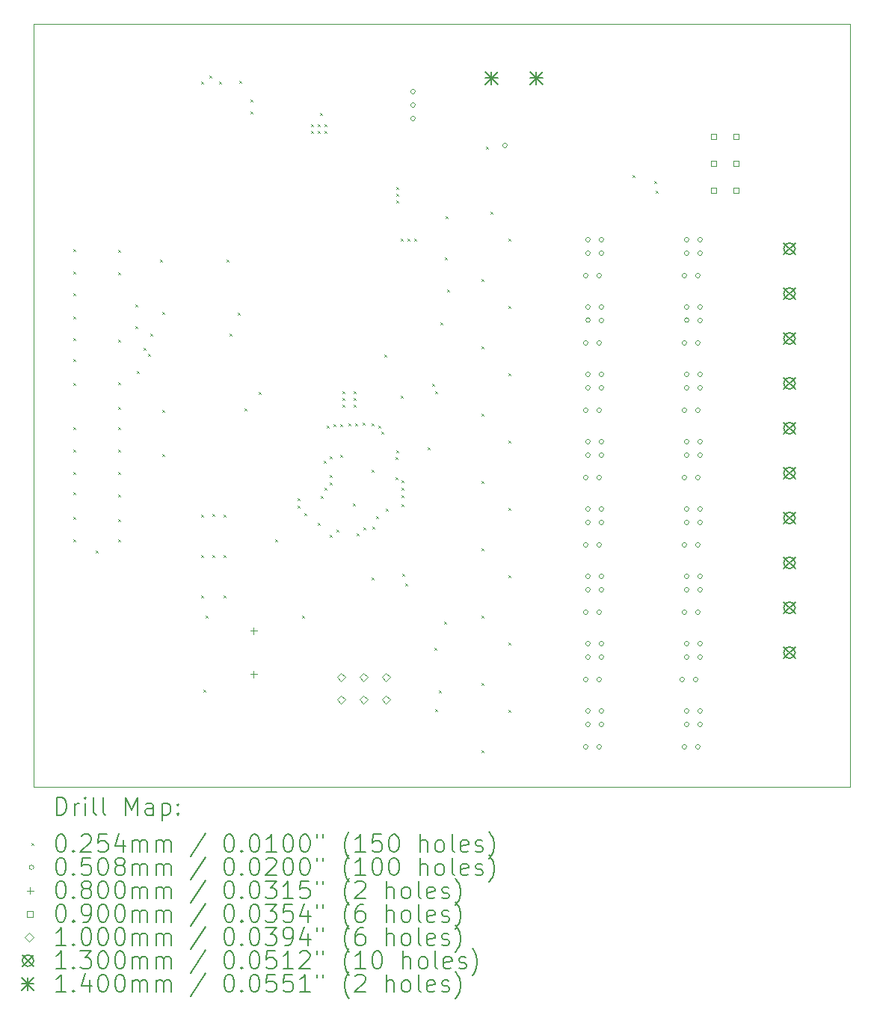
<source format=gbr>
%TF.GenerationSoftware,KiCad,Pcbnew,8.0.0*%
%TF.CreationDate,2024-05-13T12:24:49+02:00*%
%TF.ProjectId,plc_io_module,706c635f-696f-45f6-9d6f-64756c652e6b,1.0.0*%
%TF.SameCoordinates,Original*%
%TF.FileFunction,Drillmap*%
%TF.FilePolarity,Positive*%
%FSLAX45Y45*%
G04 Gerber Fmt 4.5, Leading zero omitted, Abs format (unit mm)*
G04 Created by KiCad (PCBNEW 8.0.0) date 2024-05-13 12:24:49*
%MOMM*%
%LPD*%
G01*
G04 APERTURE LIST*
%ADD10C,0.050000*%
%ADD11C,0.200000*%
%ADD12C,0.100000*%
%ADD13C,0.130000*%
%ADD14C,0.140000*%
G04 APERTURE END LIST*
D10*
X9906000Y-5588000D02*
X19151600Y-5588000D01*
X19151600Y-14224000D01*
X9906000Y-14224000D01*
X9906000Y-5588000D01*
D11*
D12*
X10347960Y-8892540D02*
X10373360Y-8917940D01*
X10373360Y-8892540D02*
X10347960Y-8917940D01*
X10350500Y-8389620D02*
X10375900Y-8415020D01*
X10375900Y-8389620D02*
X10350500Y-8415020D01*
X10350500Y-9138920D02*
X10375900Y-9164320D01*
X10375900Y-9138920D02*
X10350500Y-9164320D01*
X10350500Y-9380220D02*
X10375900Y-9405620D01*
X10375900Y-9380220D02*
X10350500Y-9405620D01*
X10350500Y-10147300D02*
X10375900Y-10172700D01*
X10375900Y-10147300D02*
X10350500Y-10172700D01*
X10350500Y-10401300D02*
X10375900Y-10426700D01*
X10375900Y-10401300D02*
X10350500Y-10426700D01*
X10350500Y-10655300D02*
X10375900Y-10680700D01*
X10375900Y-10655300D02*
X10350500Y-10680700D01*
X10350500Y-10883900D02*
X10375900Y-10909300D01*
X10375900Y-10883900D02*
X10350500Y-10909300D01*
X10350500Y-11163300D02*
X10375900Y-11188700D01*
X10375900Y-11163300D02*
X10350500Y-11188700D01*
X10350500Y-11417300D02*
X10375900Y-11442700D01*
X10375900Y-11417300D02*
X10350500Y-11442700D01*
X10353040Y-8135620D02*
X10378440Y-8161020D01*
X10378440Y-8135620D02*
X10353040Y-8161020D01*
X10353040Y-8636000D02*
X10378440Y-8661400D01*
X10378440Y-8636000D02*
X10353040Y-8661400D01*
X10353040Y-9652000D02*
X10378440Y-9677400D01*
X10378440Y-9652000D02*
X10353040Y-9677400D01*
X10604500Y-11544300D02*
X10629900Y-11569700D01*
X10629900Y-11544300D02*
X10604500Y-11569700D01*
X10858500Y-8143240D02*
X10883900Y-8168640D01*
X10883900Y-8143240D02*
X10858500Y-8168640D01*
X10858500Y-9154160D02*
X10883900Y-9179560D01*
X10883900Y-9154160D02*
X10858500Y-9179560D01*
X10858500Y-9639300D02*
X10883900Y-9664700D01*
X10883900Y-9639300D02*
X10858500Y-9664700D01*
X10858500Y-9918700D02*
X10883900Y-9944100D01*
X10883900Y-9918700D02*
X10858500Y-9944100D01*
X10858500Y-10147300D02*
X10883900Y-10172700D01*
X10883900Y-10147300D02*
X10858500Y-10172700D01*
X10858500Y-10401300D02*
X10883900Y-10426700D01*
X10883900Y-10401300D02*
X10858500Y-10426700D01*
X10858500Y-10655300D02*
X10883900Y-10680700D01*
X10883900Y-10655300D02*
X10858500Y-10680700D01*
X10858500Y-10909300D02*
X10883900Y-10934700D01*
X10883900Y-10909300D02*
X10858500Y-10934700D01*
X10858500Y-11188700D02*
X10883900Y-11214100D01*
X10883900Y-11188700D02*
X10858500Y-11214100D01*
X10858500Y-11417300D02*
X10883900Y-11442700D01*
X10883900Y-11417300D02*
X10858500Y-11442700D01*
X10861041Y-8394700D02*
X10886441Y-8420100D01*
X10886441Y-8394700D02*
X10861041Y-8420100D01*
X11054080Y-9004300D02*
X11079480Y-9029700D01*
X11079480Y-9004300D02*
X11054080Y-9029700D01*
X11056620Y-8757920D02*
X11082020Y-8783320D01*
X11082020Y-8757920D02*
X11056620Y-8783320D01*
X11066780Y-9514840D02*
X11092180Y-9540240D01*
X11092180Y-9514840D02*
X11066780Y-9540240D01*
X11149100Y-9249675D02*
X11174500Y-9275075D01*
X11174500Y-9249675D02*
X11149100Y-9275075D01*
X11198860Y-9316720D02*
X11224260Y-9342120D01*
X11224260Y-9316720D02*
X11198860Y-9342120D01*
X11219180Y-9093200D02*
X11244580Y-9118600D01*
X11244580Y-9093200D02*
X11219180Y-9118600D01*
X11333480Y-8252460D02*
X11358880Y-8277860D01*
X11358880Y-8252460D02*
X11333480Y-8277860D01*
X11356340Y-8844280D02*
X11381740Y-8869680D01*
X11381740Y-8844280D02*
X11356340Y-8869680D01*
X11358880Y-9949180D02*
X11384280Y-9974580D01*
X11384280Y-9949180D02*
X11358880Y-9974580D01*
X11358880Y-10454640D02*
X11384280Y-10480040D01*
X11384280Y-10454640D02*
X11358880Y-10480040D01*
X11795299Y-11134900D02*
X11820699Y-11160300D01*
X11820699Y-11134900D02*
X11795299Y-11160300D01*
X11798299Y-6235700D02*
X11823699Y-6261100D01*
X11823699Y-6235700D02*
X11798299Y-6261100D01*
X11798300Y-11595100D02*
X11823700Y-11620500D01*
X11823700Y-11595100D02*
X11798300Y-11620500D01*
X11798300Y-12052300D02*
X11823700Y-12077700D01*
X11823700Y-12052300D02*
X11798300Y-12077700D01*
X11823700Y-13119100D02*
X11849100Y-13144500D01*
X11849100Y-13119100D02*
X11823700Y-13144500D01*
X11849100Y-12280900D02*
X11874500Y-12306300D01*
X11874500Y-12280900D02*
X11849100Y-12306300D01*
X11892280Y-6169660D02*
X11917680Y-6195060D01*
X11917680Y-6169660D02*
X11892280Y-6195060D01*
X11922760Y-11595100D02*
X11948160Y-11620500D01*
X11948160Y-11595100D02*
X11922760Y-11620500D01*
X11925300Y-11132815D02*
X11950700Y-11158215D01*
X11950700Y-11132815D02*
X11925300Y-11158215D01*
X12001500Y-6235700D02*
X12026900Y-6261100D01*
X12026900Y-6235700D02*
X12001500Y-6261100D01*
X12052300Y-11595100D02*
X12077700Y-11620500D01*
X12077700Y-11595100D02*
X12052300Y-11620500D01*
X12052300Y-12052300D02*
X12077700Y-12077700D01*
X12077700Y-12052300D02*
X12052300Y-12077700D01*
X12055300Y-11134900D02*
X12080700Y-11160300D01*
X12080700Y-11134900D02*
X12055300Y-11160300D01*
X12082780Y-8252460D02*
X12108180Y-8277860D01*
X12108180Y-8252460D02*
X12082780Y-8277860D01*
X12120880Y-9093200D02*
X12146280Y-9118600D01*
X12146280Y-9093200D02*
X12120880Y-9118600D01*
X12214860Y-8849360D02*
X12240260Y-8874760D01*
X12240260Y-8849360D02*
X12214860Y-8874760D01*
X12232640Y-6225540D02*
X12258040Y-6250940D01*
X12258040Y-6225540D02*
X12232640Y-6250940D01*
X12291060Y-9939020D02*
X12316460Y-9964420D01*
X12316460Y-9939020D02*
X12291060Y-9964420D01*
X12357100Y-6436400D02*
X12382500Y-6461800D01*
X12382500Y-6436400D02*
X12357100Y-6461800D01*
X12357100Y-6578600D02*
X12382500Y-6604000D01*
X12382500Y-6578600D02*
X12357100Y-6604000D01*
X12453620Y-9751060D02*
X12479020Y-9776460D01*
X12479020Y-9751060D02*
X12453620Y-9776460D01*
X12636500Y-11417300D02*
X12661900Y-11442700D01*
X12661900Y-11417300D02*
X12636500Y-11442700D01*
X12890500Y-10952500D02*
X12915900Y-10977900D01*
X12915900Y-10952500D02*
X12890500Y-10977900D01*
X12890500Y-11036298D02*
X12915900Y-11061698D01*
X12915900Y-11036298D02*
X12890500Y-11061698D01*
X12941300Y-12280900D02*
X12966700Y-12306300D01*
X12966700Y-12280900D02*
X12941300Y-12306300D01*
X12964160Y-11125200D02*
X12989560Y-11150600D01*
X12989560Y-11125200D02*
X12964160Y-11150600D01*
X13042900Y-6718300D02*
X13068300Y-6743700D01*
X13068300Y-6718300D02*
X13042900Y-6743700D01*
X13042900Y-6794500D02*
X13068300Y-6819900D01*
X13068300Y-6794500D02*
X13042900Y-6819900D01*
X13119100Y-6718300D02*
X13144500Y-6743700D01*
X13144500Y-6718300D02*
X13119100Y-6743700D01*
X13119100Y-6794500D02*
X13144500Y-6819900D01*
X13144500Y-6794500D02*
X13119100Y-6819900D01*
X13121640Y-11234420D02*
X13147040Y-11259820D01*
X13147040Y-11234420D02*
X13121640Y-11259820D01*
X13144498Y-6591300D02*
X13169898Y-6616700D01*
X13169898Y-6591300D02*
X13144498Y-6616700D01*
X13153175Y-10927600D02*
X13178575Y-10953000D01*
X13178575Y-10927600D02*
X13153175Y-10953000D01*
X13184422Y-10526086D02*
X13209822Y-10551486D01*
X13209822Y-10526086D02*
X13184422Y-10551486D01*
X13195300Y-6718300D02*
X13220700Y-6743700D01*
X13220700Y-6718300D02*
X13195300Y-6743700D01*
X13195300Y-6794500D02*
X13220700Y-6819900D01*
X13220700Y-6794500D02*
X13195300Y-6819900D01*
X13195300Y-10835640D02*
X13220700Y-10861040D01*
X13220700Y-10835640D02*
X13195300Y-10861040D01*
X13218160Y-10126980D02*
X13243560Y-10152380D01*
X13243560Y-10126980D02*
X13218160Y-10152380D01*
X13251595Y-10475983D02*
X13276995Y-10501383D01*
X13276995Y-10475983D02*
X13251595Y-10501383D01*
X13253210Y-11365452D02*
X13278610Y-11390852D01*
X13278610Y-11365452D02*
X13253210Y-11390852D01*
X13253720Y-10693400D02*
X13279120Y-10718800D01*
X13279120Y-10693400D02*
X13253720Y-10718800D01*
X13256260Y-10774680D02*
X13281660Y-10800080D01*
X13281660Y-10774680D02*
X13256260Y-10800080D01*
X13294360Y-10116820D02*
X13319760Y-10142220D01*
X13319760Y-10116820D02*
X13294360Y-10142220D01*
X13327380Y-11305540D02*
X13352780Y-11330940D01*
X13352780Y-11305540D02*
X13327380Y-11330940D01*
X13373100Y-10457180D02*
X13398500Y-10482580D01*
X13398500Y-10457180D02*
X13373100Y-10482580D01*
X13375640Y-10114280D02*
X13401040Y-10139680D01*
X13401040Y-10114280D02*
X13375640Y-10139680D01*
X13398500Y-9740900D02*
X13423900Y-9766300D01*
X13423900Y-9740900D02*
X13398500Y-9766300D01*
X13398500Y-9817100D02*
X13423900Y-9842500D01*
X13423900Y-9817100D02*
X13398500Y-9842500D01*
X13398500Y-9893300D02*
X13423900Y-9918700D01*
X13423900Y-9893300D02*
X13398500Y-9918700D01*
X13467081Y-10104120D02*
X13492481Y-10129520D01*
X13492481Y-10104120D02*
X13467081Y-10129520D01*
X13516227Y-11010297D02*
X13541627Y-11035697D01*
X13541627Y-11010297D02*
X13516227Y-11035697D01*
X13528020Y-9740900D02*
X13553420Y-9766300D01*
X13553420Y-9740900D02*
X13528020Y-9766300D01*
X13528020Y-9817100D02*
X13553420Y-9842500D01*
X13553420Y-9817100D02*
X13528020Y-9842500D01*
X13528020Y-9893300D02*
X13553420Y-9918700D01*
X13553420Y-9893300D02*
X13528020Y-9918700D01*
X13543260Y-10109200D02*
X13568660Y-10134600D01*
X13568660Y-10109200D02*
X13543260Y-10134600D01*
X13563800Y-11351006D02*
X13589200Y-11376406D01*
X13589200Y-11351006D02*
X13563800Y-11376406D01*
X13626651Y-10100921D02*
X13652051Y-10126321D01*
X13652051Y-10100921D02*
X13626651Y-10126321D01*
X13637260Y-11280140D02*
X13662660Y-11305540D01*
X13662660Y-11280140D02*
X13637260Y-11305540D01*
X13726160Y-10109200D02*
X13751560Y-10134600D01*
X13751560Y-10109200D02*
X13726160Y-10134600D01*
X13728700Y-10629900D02*
X13754100Y-10655300D01*
X13754100Y-10629900D02*
X13728700Y-10655300D01*
X13728700Y-11849100D02*
X13754100Y-11874500D01*
X13754100Y-11849100D02*
X13728700Y-11874500D01*
X13738860Y-11272520D02*
X13764260Y-11297920D01*
X13764260Y-11272520D02*
X13738860Y-11297920D01*
X13779500Y-11153140D02*
X13804900Y-11178540D01*
X13804900Y-11153140D02*
X13779500Y-11178540D01*
X13802360Y-10132060D02*
X13827760Y-10157460D01*
X13827760Y-10132060D02*
X13802360Y-10157460D01*
X13843000Y-10195560D02*
X13868400Y-10220960D01*
X13868400Y-10195560D02*
X13843000Y-10220960D01*
X13869145Y-9322545D02*
X13894545Y-9347945D01*
X13894545Y-9322545D02*
X13869145Y-9347945D01*
X13886180Y-11066780D02*
X13911580Y-11092180D01*
X13911580Y-11066780D02*
X13886180Y-11092180D01*
X13997940Y-10718800D02*
X14023340Y-10744200D01*
X14023340Y-10718800D02*
X13997940Y-10744200D01*
X13999369Y-10490449D02*
X14024769Y-10515849D01*
X14024769Y-10490449D02*
X13999369Y-10515849D01*
X14008100Y-7429500D02*
X14033500Y-7454900D01*
X14033500Y-7429500D02*
X14008100Y-7454900D01*
X14008100Y-7505700D02*
X14033500Y-7531100D01*
X14033500Y-7505700D02*
X14008100Y-7531100D01*
X14008100Y-7581900D02*
X14033500Y-7607300D01*
X14033500Y-7581900D02*
X14008100Y-7607300D01*
X14010740Y-10407423D02*
X14036140Y-10432823D01*
X14036140Y-10407423D02*
X14010740Y-10432823D01*
X14058900Y-8013700D02*
X14084300Y-8039100D01*
X14084300Y-8013700D02*
X14058900Y-8039100D01*
X14058900Y-9791702D02*
X14084300Y-9817102D01*
X14084300Y-9791702D02*
X14058900Y-9817102D01*
X14067949Y-10835889D02*
X14093349Y-10861289D01*
X14093349Y-10835889D02*
X14067949Y-10861289D01*
X14069060Y-11021535D02*
X14094460Y-11046935D01*
X14094460Y-11021535D02*
X14069060Y-11046935D01*
X14069060Y-10922000D02*
X14094460Y-10947400D01*
X14094460Y-10922000D02*
X14069060Y-10947400D01*
X14069409Y-10752101D02*
X14094809Y-10777501D01*
X14094809Y-10752101D02*
X14069409Y-10777501D01*
X14076680Y-11808460D02*
X14102080Y-11833860D01*
X14102080Y-11808460D02*
X14076680Y-11833860D01*
X14112240Y-11915140D02*
X14137640Y-11940540D01*
X14137640Y-11915140D02*
X14112240Y-11940540D01*
X14135100Y-8013700D02*
X14160500Y-8039100D01*
X14160500Y-8013700D02*
X14135100Y-8039100D01*
X14211300Y-8013700D02*
X14236700Y-8039100D01*
X14236700Y-8013700D02*
X14211300Y-8039100D01*
X14363700Y-10375900D02*
X14389100Y-10401300D01*
X14389100Y-10375900D02*
X14363700Y-10401300D01*
X14411960Y-9654540D02*
X14437360Y-9679940D01*
X14437360Y-9654540D02*
X14411960Y-9679940D01*
X14439900Y-12649200D02*
X14465300Y-12674600D01*
X14465300Y-12649200D02*
X14439900Y-12674600D01*
X14444980Y-13342620D02*
X14470380Y-13368020D01*
X14470380Y-13342620D02*
X14444980Y-13368020D01*
X14450060Y-9738360D02*
X14475460Y-9763760D01*
X14475460Y-9738360D02*
X14450060Y-9763760D01*
X14488159Y-13126720D02*
X14513559Y-13152120D01*
X14513559Y-13126720D02*
X14488159Y-13152120D01*
X14511020Y-8958580D02*
X14536420Y-8983980D01*
X14536420Y-8958580D02*
X14511020Y-8983980D01*
X14551660Y-12352020D02*
X14577060Y-12377420D01*
X14577060Y-12352020D02*
X14551660Y-12377420D01*
X14559280Y-8227060D02*
X14584680Y-8252460D01*
X14584680Y-8227060D02*
X14559280Y-8252460D01*
X14566900Y-7759700D02*
X14592300Y-7785100D01*
X14592300Y-7759700D02*
X14566900Y-7785100D01*
X14581481Y-8587350D02*
X14606881Y-8612750D01*
X14606881Y-8587350D02*
X14581481Y-8612750D01*
X14973300Y-8470900D02*
X14998700Y-8496300D01*
X14998700Y-8470900D02*
X14973300Y-8496300D01*
X14973300Y-9232900D02*
X14998700Y-9258300D01*
X14998700Y-9232900D02*
X14973300Y-9258300D01*
X14973300Y-9994900D02*
X14998700Y-10020300D01*
X14998700Y-9994900D02*
X14973300Y-10020300D01*
X14973300Y-10756900D02*
X14998700Y-10782300D01*
X14998700Y-10756900D02*
X14973300Y-10782300D01*
X14973300Y-11518900D02*
X14998700Y-11544300D01*
X14998700Y-11518900D02*
X14973300Y-11544300D01*
X14973300Y-12280900D02*
X14998700Y-12306300D01*
X14998700Y-12280900D02*
X14973300Y-12306300D01*
X14973300Y-13042900D02*
X14998700Y-13068300D01*
X14998700Y-13042900D02*
X14973300Y-13068300D01*
X14973300Y-13804900D02*
X14998700Y-13830300D01*
X14998700Y-13804900D02*
X14973300Y-13830300D01*
X15024100Y-6972300D02*
X15049500Y-6997700D01*
X15049500Y-6972300D02*
X15024100Y-6997700D01*
X15074899Y-7708900D02*
X15100299Y-7734300D01*
X15100299Y-7708900D02*
X15074899Y-7734300D01*
X15278100Y-8013700D02*
X15303500Y-8039100D01*
X15303500Y-8013700D02*
X15278100Y-8039100D01*
X15278100Y-8775700D02*
X15303500Y-8801100D01*
X15303500Y-8775700D02*
X15278100Y-8801100D01*
X15278100Y-9537700D02*
X15303500Y-9563100D01*
X15303500Y-9537700D02*
X15278100Y-9563100D01*
X15278100Y-10299700D02*
X15303500Y-10325100D01*
X15303500Y-10299700D02*
X15278100Y-10325100D01*
X15278100Y-11061700D02*
X15303500Y-11087100D01*
X15303500Y-11061700D02*
X15278100Y-11087100D01*
X15278100Y-11823700D02*
X15303500Y-11849100D01*
X15303500Y-11823700D02*
X15278100Y-11849100D01*
X15278100Y-12585700D02*
X15303500Y-12611100D01*
X15303500Y-12585700D02*
X15278100Y-12611100D01*
X15278100Y-13347700D02*
X15303500Y-13373100D01*
X15303500Y-13347700D02*
X15278100Y-13373100D01*
X16687800Y-7297420D02*
X16713200Y-7322820D01*
X16713200Y-7297420D02*
X16687800Y-7322820D01*
X16926560Y-7366000D02*
X16951960Y-7391400D01*
X16951960Y-7366000D02*
X16926560Y-7391400D01*
X16949420Y-7472680D02*
X16974820Y-7498080D01*
X16974820Y-7472680D02*
X16949420Y-7498080D01*
X14224000Y-6350000D02*
G75*
G02*
X14173200Y-6350000I-25400J0D01*
G01*
X14173200Y-6350000D02*
G75*
G02*
X14224000Y-6350000I25400J0D01*
G01*
X14224000Y-6502400D02*
G75*
G02*
X14173200Y-6502400I-25400J0D01*
G01*
X14173200Y-6502400D02*
G75*
G02*
X14224000Y-6502400I25400J0D01*
G01*
X14224000Y-6654800D02*
G75*
G02*
X14173200Y-6654800I-25400J0D01*
G01*
X14173200Y-6654800D02*
G75*
G02*
X14224000Y-6654800I25400J0D01*
G01*
X15265400Y-6959600D02*
G75*
G02*
X15214600Y-6959600I-25400J0D01*
G01*
X15214600Y-6959600D02*
G75*
G02*
X15265400Y-6959600I25400J0D01*
G01*
X16179800Y-8432800D02*
G75*
G02*
X16129000Y-8432800I-25400J0D01*
G01*
X16129000Y-8432800D02*
G75*
G02*
X16179800Y-8432800I25400J0D01*
G01*
X16179800Y-9194800D02*
G75*
G02*
X16129000Y-9194800I-25400J0D01*
G01*
X16129000Y-9194800D02*
G75*
G02*
X16179800Y-9194800I25400J0D01*
G01*
X16179800Y-9956800D02*
G75*
G02*
X16129000Y-9956800I-25400J0D01*
G01*
X16129000Y-9956800D02*
G75*
G02*
X16179800Y-9956800I25400J0D01*
G01*
X16179800Y-10718800D02*
G75*
G02*
X16129000Y-10718800I-25400J0D01*
G01*
X16129000Y-10718800D02*
G75*
G02*
X16179800Y-10718800I25400J0D01*
G01*
X16179800Y-11480800D02*
G75*
G02*
X16129000Y-11480800I-25400J0D01*
G01*
X16129000Y-11480800D02*
G75*
G02*
X16179800Y-11480800I25400J0D01*
G01*
X16179800Y-12242800D02*
G75*
G02*
X16129000Y-12242800I-25400J0D01*
G01*
X16129000Y-12242800D02*
G75*
G02*
X16179800Y-12242800I25400J0D01*
G01*
X16179800Y-13004800D02*
G75*
G02*
X16129000Y-13004800I-25400J0D01*
G01*
X16129000Y-13004800D02*
G75*
G02*
X16179800Y-13004800I25400J0D01*
G01*
X16179800Y-13766800D02*
G75*
G02*
X16129000Y-13766800I-25400J0D01*
G01*
X16129000Y-13766800D02*
G75*
G02*
X16179800Y-13766800I25400J0D01*
G01*
X16205200Y-8026400D02*
G75*
G02*
X16154400Y-8026400I-25400J0D01*
G01*
X16154400Y-8026400D02*
G75*
G02*
X16205200Y-8026400I25400J0D01*
G01*
X16205200Y-8178800D02*
G75*
G02*
X16154400Y-8178800I-25400J0D01*
G01*
X16154400Y-8178800D02*
G75*
G02*
X16205200Y-8178800I25400J0D01*
G01*
X16205200Y-8788400D02*
G75*
G02*
X16154400Y-8788400I-25400J0D01*
G01*
X16154400Y-8788400D02*
G75*
G02*
X16205200Y-8788400I25400J0D01*
G01*
X16205200Y-9550400D02*
G75*
G02*
X16154400Y-9550400I-25400J0D01*
G01*
X16154400Y-9550400D02*
G75*
G02*
X16205200Y-9550400I25400J0D01*
G01*
X16205200Y-9702800D02*
G75*
G02*
X16154400Y-9702800I-25400J0D01*
G01*
X16154400Y-9702800D02*
G75*
G02*
X16205200Y-9702800I25400J0D01*
G01*
X16205200Y-10312400D02*
G75*
G02*
X16154400Y-10312400I-25400J0D01*
G01*
X16154400Y-10312400D02*
G75*
G02*
X16205200Y-10312400I25400J0D01*
G01*
X16205200Y-10464800D02*
G75*
G02*
X16154400Y-10464800I-25400J0D01*
G01*
X16154400Y-10464800D02*
G75*
G02*
X16205200Y-10464800I25400J0D01*
G01*
X16205200Y-11074400D02*
G75*
G02*
X16154400Y-11074400I-25400J0D01*
G01*
X16154400Y-11074400D02*
G75*
G02*
X16205200Y-11074400I25400J0D01*
G01*
X16205200Y-11226800D02*
G75*
G02*
X16154400Y-11226800I-25400J0D01*
G01*
X16154400Y-11226800D02*
G75*
G02*
X16205200Y-11226800I25400J0D01*
G01*
X16205200Y-11836400D02*
G75*
G02*
X16154400Y-11836400I-25400J0D01*
G01*
X16154400Y-11836400D02*
G75*
G02*
X16205200Y-11836400I25400J0D01*
G01*
X16205200Y-11988800D02*
G75*
G02*
X16154400Y-11988800I-25400J0D01*
G01*
X16154400Y-11988800D02*
G75*
G02*
X16205200Y-11988800I25400J0D01*
G01*
X16205200Y-12598400D02*
G75*
G02*
X16154400Y-12598400I-25400J0D01*
G01*
X16154400Y-12598400D02*
G75*
G02*
X16205200Y-12598400I25400J0D01*
G01*
X16205200Y-12750800D02*
G75*
G02*
X16154400Y-12750800I-25400J0D01*
G01*
X16154400Y-12750800D02*
G75*
G02*
X16205200Y-12750800I25400J0D01*
G01*
X16205200Y-13360400D02*
G75*
G02*
X16154400Y-13360400I-25400J0D01*
G01*
X16154400Y-13360400D02*
G75*
G02*
X16205200Y-13360400I25400J0D01*
G01*
X16205200Y-13512800D02*
G75*
G02*
X16154400Y-13512800I-25400J0D01*
G01*
X16154400Y-13512800D02*
G75*
G02*
X16205200Y-13512800I25400J0D01*
G01*
X16205519Y-8936572D02*
G75*
G02*
X16154719Y-8936572I-25400J0D01*
G01*
X16154719Y-8936572D02*
G75*
G02*
X16205519Y-8936572I25400J0D01*
G01*
X16332200Y-8432800D02*
G75*
G02*
X16281400Y-8432800I-25400J0D01*
G01*
X16281400Y-8432800D02*
G75*
G02*
X16332200Y-8432800I25400J0D01*
G01*
X16332200Y-9194800D02*
G75*
G02*
X16281400Y-9194800I-25400J0D01*
G01*
X16281400Y-9194800D02*
G75*
G02*
X16332200Y-9194800I25400J0D01*
G01*
X16332200Y-9956800D02*
G75*
G02*
X16281400Y-9956800I-25400J0D01*
G01*
X16281400Y-9956800D02*
G75*
G02*
X16332200Y-9956800I25400J0D01*
G01*
X16332200Y-10718800D02*
G75*
G02*
X16281400Y-10718800I-25400J0D01*
G01*
X16281400Y-10718800D02*
G75*
G02*
X16332200Y-10718800I25400J0D01*
G01*
X16332200Y-11480800D02*
G75*
G02*
X16281400Y-11480800I-25400J0D01*
G01*
X16281400Y-11480800D02*
G75*
G02*
X16332200Y-11480800I25400J0D01*
G01*
X16332200Y-12242800D02*
G75*
G02*
X16281400Y-12242800I-25400J0D01*
G01*
X16281400Y-12242800D02*
G75*
G02*
X16332200Y-12242800I25400J0D01*
G01*
X16332200Y-13004800D02*
G75*
G02*
X16281400Y-13004800I-25400J0D01*
G01*
X16281400Y-13004800D02*
G75*
G02*
X16332200Y-13004800I25400J0D01*
G01*
X16332200Y-13766800D02*
G75*
G02*
X16281400Y-13766800I-25400J0D01*
G01*
X16281400Y-13766800D02*
G75*
G02*
X16332200Y-13766800I25400J0D01*
G01*
X16357600Y-8026400D02*
G75*
G02*
X16306800Y-8026400I-25400J0D01*
G01*
X16306800Y-8026400D02*
G75*
G02*
X16357600Y-8026400I25400J0D01*
G01*
X16357600Y-8178800D02*
G75*
G02*
X16306800Y-8178800I-25400J0D01*
G01*
X16306800Y-8178800D02*
G75*
G02*
X16357600Y-8178800I25400J0D01*
G01*
X16357600Y-8788400D02*
G75*
G02*
X16306800Y-8788400I-25400J0D01*
G01*
X16306800Y-8788400D02*
G75*
G02*
X16357600Y-8788400I25400J0D01*
G01*
X16357600Y-8940800D02*
G75*
G02*
X16306800Y-8940800I-25400J0D01*
G01*
X16306800Y-8940800D02*
G75*
G02*
X16357600Y-8940800I25400J0D01*
G01*
X16357600Y-9550400D02*
G75*
G02*
X16306800Y-9550400I-25400J0D01*
G01*
X16306800Y-9550400D02*
G75*
G02*
X16357600Y-9550400I25400J0D01*
G01*
X16357600Y-9702800D02*
G75*
G02*
X16306800Y-9702800I-25400J0D01*
G01*
X16306800Y-9702800D02*
G75*
G02*
X16357600Y-9702800I25400J0D01*
G01*
X16357600Y-10312400D02*
G75*
G02*
X16306800Y-10312400I-25400J0D01*
G01*
X16306800Y-10312400D02*
G75*
G02*
X16357600Y-10312400I25400J0D01*
G01*
X16357600Y-10464800D02*
G75*
G02*
X16306800Y-10464800I-25400J0D01*
G01*
X16306800Y-10464800D02*
G75*
G02*
X16357600Y-10464800I25400J0D01*
G01*
X16357600Y-11074400D02*
G75*
G02*
X16306800Y-11074400I-25400J0D01*
G01*
X16306800Y-11074400D02*
G75*
G02*
X16357600Y-11074400I25400J0D01*
G01*
X16357600Y-11226800D02*
G75*
G02*
X16306800Y-11226800I-25400J0D01*
G01*
X16306800Y-11226800D02*
G75*
G02*
X16357600Y-11226800I25400J0D01*
G01*
X16357600Y-11836400D02*
G75*
G02*
X16306800Y-11836400I-25400J0D01*
G01*
X16306800Y-11836400D02*
G75*
G02*
X16357600Y-11836400I25400J0D01*
G01*
X16357600Y-11988800D02*
G75*
G02*
X16306800Y-11988800I-25400J0D01*
G01*
X16306800Y-11988800D02*
G75*
G02*
X16357600Y-11988800I25400J0D01*
G01*
X16357600Y-12598400D02*
G75*
G02*
X16306800Y-12598400I-25400J0D01*
G01*
X16306800Y-12598400D02*
G75*
G02*
X16357600Y-12598400I25400J0D01*
G01*
X16357600Y-12750800D02*
G75*
G02*
X16306800Y-12750800I-25400J0D01*
G01*
X16306800Y-12750800D02*
G75*
G02*
X16357600Y-12750800I25400J0D01*
G01*
X16357600Y-13360400D02*
G75*
G02*
X16306800Y-13360400I-25400J0D01*
G01*
X16306800Y-13360400D02*
G75*
G02*
X16357600Y-13360400I25400J0D01*
G01*
X16357600Y-13512800D02*
G75*
G02*
X16306800Y-13512800I-25400J0D01*
G01*
X16306800Y-13512800D02*
G75*
G02*
X16357600Y-13512800I25400J0D01*
G01*
X17272000Y-13004800D02*
G75*
G02*
X17221200Y-13004800I-25400J0D01*
G01*
X17221200Y-13004800D02*
G75*
G02*
X17272000Y-13004800I25400J0D01*
G01*
X17297400Y-8432800D02*
G75*
G02*
X17246600Y-8432800I-25400J0D01*
G01*
X17246600Y-8432800D02*
G75*
G02*
X17297400Y-8432800I25400J0D01*
G01*
X17297400Y-9194800D02*
G75*
G02*
X17246600Y-9194800I-25400J0D01*
G01*
X17246600Y-9194800D02*
G75*
G02*
X17297400Y-9194800I25400J0D01*
G01*
X17297400Y-9956800D02*
G75*
G02*
X17246600Y-9956800I-25400J0D01*
G01*
X17246600Y-9956800D02*
G75*
G02*
X17297400Y-9956800I25400J0D01*
G01*
X17297400Y-10718800D02*
G75*
G02*
X17246600Y-10718800I-25400J0D01*
G01*
X17246600Y-10718800D02*
G75*
G02*
X17297400Y-10718800I25400J0D01*
G01*
X17297400Y-11480800D02*
G75*
G02*
X17246600Y-11480800I-25400J0D01*
G01*
X17246600Y-11480800D02*
G75*
G02*
X17297400Y-11480800I25400J0D01*
G01*
X17297400Y-12242800D02*
G75*
G02*
X17246600Y-12242800I-25400J0D01*
G01*
X17246600Y-12242800D02*
G75*
G02*
X17297400Y-12242800I25400J0D01*
G01*
X17297400Y-13766800D02*
G75*
G02*
X17246600Y-13766800I-25400J0D01*
G01*
X17246600Y-13766800D02*
G75*
G02*
X17297400Y-13766800I25400J0D01*
G01*
X17322800Y-8026400D02*
G75*
G02*
X17272000Y-8026400I-25400J0D01*
G01*
X17272000Y-8026400D02*
G75*
G02*
X17322800Y-8026400I25400J0D01*
G01*
X17322800Y-8178800D02*
G75*
G02*
X17272000Y-8178800I-25400J0D01*
G01*
X17272000Y-8178800D02*
G75*
G02*
X17322800Y-8178800I25400J0D01*
G01*
X17322800Y-8788400D02*
G75*
G02*
X17272000Y-8788400I-25400J0D01*
G01*
X17272000Y-8788400D02*
G75*
G02*
X17322800Y-8788400I25400J0D01*
G01*
X17322800Y-9550400D02*
G75*
G02*
X17272000Y-9550400I-25400J0D01*
G01*
X17272000Y-9550400D02*
G75*
G02*
X17322800Y-9550400I25400J0D01*
G01*
X17322800Y-9702800D02*
G75*
G02*
X17272000Y-9702800I-25400J0D01*
G01*
X17272000Y-9702800D02*
G75*
G02*
X17322800Y-9702800I25400J0D01*
G01*
X17322800Y-10312400D02*
G75*
G02*
X17272000Y-10312400I-25400J0D01*
G01*
X17272000Y-10312400D02*
G75*
G02*
X17322800Y-10312400I25400J0D01*
G01*
X17322800Y-10464800D02*
G75*
G02*
X17272000Y-10464800I-25400J0D01*
G01*
X17272000Y-10464800D02*
G75*
G02*
X17322800Y-10464800I25400J0D01*
G01*
X17322800Y-11074400D02*
G75*
G02*
X17272000Y-11074400I-25400J0D01*
G01*
X17272000Y-11074400D02*
G75*
G02*
X17322800Y-11074400I25400J0D01*
G01*
X17322800Y-11226800D02*
G75*
G02*
X17272000Y-11226800I-25400J0D01*
G01*
X17272000Y-11226800D02*
G75*
G02*
X17322800Y-11226800I25400J0D01*
G01*
X17322800Y-11836400D02*
G75*
G02*
X17272000Y-11836400I-25400J0D01*
G01*
X17272000Y-11836400D02*
G75*
G02*
X17322800Y-11836400I25400J0D01*
G01*
X17322800Y-11988800D02*
G75*
G02*
X17272000Y-11988800I-25400J0D01*
G01*
X17272000Y-11988800D02*
G75*
G02*
X17322800Y-11988800I25400J0D01*
G01*
X17322800Y-12598400D02*
G75*
G02*
X17272000Y-12598400I-25400J0D01*
G01*
X17272000Y-12598400D02*
G75*
G02*
X17322800Y-12598400I25400J0D01*
G01*
X17322800Y-12750800D02*
G75*
G02*
X17272000Y-12750800I-25400J0D01*
G01*
X17272000Y-12750800D02*
G75*
G02*
X17322800Y-12750800I25400J0D01*
G01*
X17322800Y-13360400D02*
G75*
G02*
X17272000Y-13360400I-25400J0D01*
G01*
X17272000Y-13360400D02*
G75*
G02*
X17322800Y-13360400I25400J0D01*
G01*
X17322800Y-13512800D02*
G75*
G02*
X17272000Y-13512800I-25400J0D01*
G01*
X17272000Y-13512800D02*
G75*
G02*
X17322800Y-13512800I25400J0D01*
G01*
X17323119Y-8936572D02*
G75*
G02*
X17272319Y-8936572I-25400J0D01*
G01*
X17272319Y-8936572D02*
G75*
G02*
X17323119Y-8936572I25400J0D01*
G01*
X17424400Y-13004800D02*
G75*
G02*
X17373600Y-13004800I-25400J0D01*
G01*
X17373600Y-13004800D02*
G75*
G02*
X17424400Y-13004800I25400J0D01*
G01*
X17449800Y-8432800D02*
G75*
G02*
X17399000Y-8432800I-25400J0D01*
G01*
X17399000Y-8432800D02*
G75*
G02*
X17449800Y-8432800I25400J0D01*
G01*
X17449800Y-9194800D02*
G75*
G02*
X17399000Y-9194800I-25400J0D01*
G01*
X17399000Y-9194800D02*
G75*
G02*
X17449800Y-9194800I25400J0D01*
G01*
X17449800Y-9956800D02*
G75*
G02*
X17399000Y-9956800I-25400J0D01*
G01*
X17399000Y-9956800D02*
G75*
G02*
X17449800Y-9956800I25400J0D01*
G01*
X17449800Y-10718800D02*
G75*
G02*
X17399000Y-10718800I-25400J0D01*
G01*
X17399000Y-10718800D02*
G75*
G02*
X17449800Y-10718800I25400J0D01*
G01*
X17449800Y-11480800D02*
G75*
G02*
X17399000Y-11480800I-25400J0D01*
G01*
X17399000Y-11480800D02*
G75*
G02*
X17449800Y-11480800I25400J0D01*
G01*
X17449800Y-12242800D02*
G75*
G02*
X17399000Y-12242800I-25400J0D01*
G01*
X17399000Y-12242800D02*
G75*
G02*
X17449800Y-12242800I25400J0D01*
G01*
X17449800Y-13766800D02*
G75*
G02*
X17399000Y-13766800I-25400J0D01*
G01*
X17399000Y-13766800D02*
G75*
G02*
X17449800Y-13766800I25400J0D01*
G01*
X17475200Y-8026400D02*
G75*
G02*
X17424400Y-8026400I-25400J0D01*
G01*
X17424400Y-8026400D02*
G75*
G02*
X17475200Y-8026400I25400J0D01*
G01*
X17475200Y-8178800D02*
G75*
G02*
X17424400Y-8178800I-25400J0D01*
G01*
X17424400Y-8178800D02*
G75*
G02*
X17475200Y-8178800I25400J0D01*
G01*
X17475200Y-8788400D02*
G75*
G02*
X17424400Y-8788400I-25400J0D01*
G01*
X17424400Y-8788400D02*
G75*
G02*
X17475200Y-8788400I25400J0D01*
G01*
X17475200Y-8940800D02*
G75*
G02*
X17424400Y-8940800I-25400J0D01*
G01*
X17424400Y-8940800D02*
G75*
G02*
X17475200Y-8940800I25400J0D01*
G01*
X17475200Y-9550400D02*
G75*
G02*
X17424400Y-9550400I-25400J0D01*
G01*
X17424400Y-9550400D02*
G75*
G02*
X17475200Y-9550400I25400J0D01*
G01*
X17475200Y-9702800D02*
G75*
G02*
X17424400Y-9702800I-25400J0D01*
G01*
X17424400Y-9702800D02*
G75*
G02*
X17475200Y-9702800I25400J0D01*
G01*
X17475200Y-10312400D02*
G75*
G02*
X17424400Y-10312400I-25400J0D01*
G01*
X17424400Y-10312400D02*
G75*
G02*
X17475200Y-10312400I25400J0D01*
G01*
X17475200Y-10464800D02*
G75*
G02*
X17424400Y-10464800I-25400J0D01*
G01*
X17424400Y-10464800D02*
G75*
G02*
X17475200Y-10464800I25400J0D01*
G01*
X17475200Y-11074400D02*
G75*
G02*
X17424400Y-11074400I-25400J0D01*
G01*
X17424400Y-11074400D02*
G75*
G02*
X17475200Y-11074400I25400J0D01*
G01*
X17475200Y-11226800D02*
G75*
G02*
X17424400Y-11226800I-25400J0D01*
G01*
X17424400Y-11226800D02*
G75*
G02*
X17475200Y-11226800I25400J0D01*
G01*
X17475200Y-11836400D02*
G75*
G02*
X17424400Y-11836400I-25400J0D01*
G01*
X17424400Y-11836400D02*
G75*
G02*
X17475200Y-11836400I25400J0D01*
G01*
X17475200Y-11988800D02*
G75*
G02*
X17424400Y-11988800I-25400J0D01*
G01*
X17424400Y-11988800D02*
G75*
G02*
X17475200Y-11988800I25400J0D01*
G01*
X17475200Y-12598400D02*
G75*
G02*
X17424400Y-12598400I-25400J0D01*
G01*
X17424400Y-12598400D02*
G75*
G02*
X17475200Y-12598400I25400J0D01*
G01*
X17475200Y-12750800D02*
G75*
G02*
X17424400Y-12750800I-25400J0D01*
G01*
X17424400Y-12750800D02*
G75*
G02*
X17475200Y-12750800I25400J0D01*
G01*
X17475200Y-13360400D02*
G75*
G02*
X17424400Y-13360400I-25400J0D01*
G01*
X17424400Y-13360400D02*
G75*
G02*
X17475200Y-13360400I25400J0D01*
G01*
X17475200Y-13512800D02*
G75*
G02*
X17424400Y-13512800I-25400J0D01*
G01*
X17424400Y-13512800D02*
G75*
G02*
X17475200Y-13512800I25400J0D01*
G01*
X12395200Y-12415000D02*
X12395200Y-12495000D01*
X12355200Y-12455000D02*
X12435200Y-12455000D01*
X12395200Y-12905000D02*
X12395200Y-12985000D01*
X12355200Y-12945000D02*
X12435200Y-12945000D01*
X17634520Y-6889820D02*
X17634520Y-6826180D01*
X17570880Y-6826180D01*
X17570880Y-6889820D01*
X17634520Y-6889820D01*
X17634520Y-7194620D02*
X17634520Y-7130980D01*
X17570880Y-7130980D01*
X17570880Y-7194620D01*
X17634520Y-7194620D01*
X17634520Y-7499420D02*
X17634520Y-7435780D01*
X17570880Y-7435780D01*
X17570880Y-7499420D01*
X17634520Y-7499420D01*
X17888520Y-6889820D02*
X17888520Y-6826180D01*
X17824880Y-6826180D01*
X17824880Y-6889820D01*
X17888520Y-6889820D01*
X17888520Y-7194620D02*
X17888520Y-7130980D01*
X17824880Y-7130980D01*
X17824880Y-7194620D01*
X17888520Y-7194620D01*
X17888520Y-7499420D02*
X17888520Y-7435780D01*
X17824880Y-7435780D01*
X17824880Y-7499420D01*
X17888520Y-7499420D01*
X13385800Y-13029400D02*
X13435800Y-12979400D01*
X13385800Y-12929400D01*
X13335800Y-12979400D01*
X13385800Y-13029400D01*
X13385800Y-13283400D02*
X13435800Y-13233400D01*
X13385800Y-13183400D01*
X13335800Y-13233400D01*
X13385800Y-13283400D01*
X13639800Y-13029400D02*
X13689800Y-12979400D01*
X13639800Y-12929400D01*
X13589800Y-12979400D01*
X13639800Y-13029400D01*
X13639800Y-13283400D02*
X13689800Y-13233400D01*
X13639800Y-13183400D01*
X13589800Y-13233400D01*
X13639800Y-13283400D01*
X13893800Y-13029400D02*
X13943800Y-12979400D01*
X13893800Y-12929400D01*
X13843800Y-12979400D01*
X13893800Y-13029400D01*
X13893800Y-13283400D02*
X13943800Y-13233400D01*
X13893800Y-13183400D01*
X13843800Y-13233400D01*
X13893800Y-13283400D01*
D13*
X18396200Y-8063000D02*
X18526200Y-8193000D01*
X18526200Y-8063000D02*
X18396200Y-8193000D01*
X18526200Y-8128000D02*
G75*
G02*
X18396200Y-8128000I-65000J0D01*
G01*
X18396200Y-8128000D02*
G75*
G02*
X18526200Y-8128000I65000J0D01*
G01*
X18396200Y-8571000D02*
X18526200Y-8701000D01*
X18526200Y-8571000D02*
X18396200Y-8701000D01*
X18526200Y-8636000D02*
G75*
G02*
X18396200Y-8636000I-65000J0D01*
G01*
X18396200Y-8636000D02*
G75*
G02*
X18526200Y-8636000I65000J0D01*
G01*
X18396200Y-9079000D02*
X18526200Y-9209000D01*
X18526200Y-9079000D02*
X18396200Y-9209000D01*
X18526200Y-9144000D02*
G75*
G02*
X18396200Y-9144000I-65000J0D01*
G01*
X18396200Y-9144000D02*
G75*
G02*
X18526200Y-9144000I65000J0D01*
G01*
X18396200Y-9587000D02*
X18526200Y-9717000D01*
X18526200Y-9587000D02*
X18396200Y-9717000D01*
X18526200Y-9652000D02*
G75*
G02*
X18396200Y-9652000I-65000J0D01*
G01*
X18396200Y-9652000D02*
G75*
G02*
X18526200Y-9652000I65000J0D01*
G01*
X18396200Y-10095000D02*
X18526200Y-10225000D01*
X18526200Y-10095000D02*
X18396200Y-10225000D01*
X18526200Y-10160000D02*
G75*
G02*
X18396200Y-10160000I-65000J0D01*
G01*
X18396200Y-10160000D02*
G75*
G02*
X18526200Y-10160000I65000J0D01*
G01*
X18396200Y-10603000D02*
X18526200Y-10733000D01*
X18526200Y-10603000D02*
X18396200Y-10733000D01*
X18526200Y-10668000D02*
G75*
G02*
X18396200Y-10668000I-65000J0D01*
G01*
X18396200Y-10668000D02*
G75*
G02*
X18526200Y-10668000I65000J0D01*
G01*
X18396200Y-11111000D02*
X18526200Y-11241000D01*
X18526200Y-11111000D02*
X18396200Y-11241000D01*
X18526200Y-11176000D02*
G75*
G02*
X18396200Y-11176000I-65000J0D01*
G01*
X18396200Y-11176000D02*
G75*
G02*
X18526200Y-11176000I65000J0D01*
G01*
X18396200Y-11619000D02*
X18526200Y-11749000D01*
X18526200Y-11619000D02*
X18396200Y-11749000D01*
X18526200Y-11684000D02*
G75*
G02*
X18396200Y-11684000I-65000J0D01*
G01*
X18396200Y-11684000D02*
G75*
G02*
X18526200Y-11684000I65000J0D01*
G01*
X18396200Y-12127000D02*
X18526200Y-12257000D01*
X18526200Y-12127000D02*
X18396200Y-12257000D01*
X18526200Y-12192000D02*
G75*
G02*
X18396200Y-12192000I-65000J0D01*
G01*
X18396200Y-12192000D02*
G75*
G02*
X18526200Y-12192000I65000J0D01*
G01*
X18396200Y-12635000D02*
X18526200Y-12765000D01*
X18526200Y-12635000D02*
X18396200Y-12765000D01*
X18526200Y-12700000D02*
G75*
G02*
X18396200Y-12700000I-65000J0D01*
G01*
X18396200Y-12700000D02*
G75*
G02*
X18526200Y-12700000I65000J0D01*
G01*
D14*
X15017100Y-6127600D02*
X15157100Y-6267600D01*
X15157100Y-6127600D02*
X15017100Y-6267600D01*
X15087100Y-6127600D02*
X15087100Y-6267600D01*
X15017100Y-6197600D02*
X15157100Y-6197600D01*
X15525100Y-6127600D02*
X15665100Y-6267600D01*
X15665100Y-6127600D02*
X15525100Y-6267600D01*
X15595100Y-6127600D02*
X15595100Y-6267600D01*
X15525100Y-6197600D02*
X15665100Y-6197600D01*
D11*
X10164277Y-14537984D02*
X10164277Y-14337984D01*
X10164277Y-14337984D02*
X10211896Y-14337984D01*
X10211896Y-14337984D02*
X10240467Y-14347508D01*
X10240467Y-14347508D02*
X10259515Y-14366555D01*
X10259515Y-14366555D02*
X10269039Y-14385603D01*
X10269039Y-14385603D02*
X10278563Y-14423698D01*
X10278563Y-14423698D02*
X10278563Y-14452269D01*
X10278563Y-14452269D02*
X10269039Y-14490365D01*
X10269039Y-14490365D02*
X10259515Y-14509412D01*
X10259515Y-14509412D02*
X10240467Y-14528460D01*
X10240467Y-14528460D02*
X10211896Y-14537984D01*
X10211896Y-14537984D02*
X10164277Y-14537984D01*
X10364277Y-14537984D02*
X10364277Y-14404650D01*
X10364277Y-14442746D02*
X10373801Y-14423698D01*
X10373801Y-14423698D02*
X10383324Y-14414174D01*
X10383324Y-14414174D02*
X10402372Y-14404650D01*
X10402372Y-14404650D02*
X10421420Y-14404650D01*
X10488086Y-14537984D02*
X10488086Y-14404650D01*
X10488086Y-14337984D02*
X10478563Y-14347508D01*
X10478563Y-14347508D02*
X10488086Y-14357031D01*
X10488086Y-14357031D02*
X10497610Y-14347508D01*
X10497610Y-14347508D02*
X10488086Y-14337984D01*
X10488086Y-14337984D02*
X10488086Y-14357031D01*
X10611896Y-14537984D02*
X10592848Y-14528460D01*
X10592848Y-14528460D02*
X10583324Y-14509412D01*
X10583324Y-14509412D02*
X10583324Y-14337984D01*
X10716658Y-14537984D02*
X10697610Y-14528460D01*
X10697610Y-14528460D02*
X10688086Y-14509412D01*
X10688086Y-14509412D02*
X10688086Y-14337984D01*
X10945229Y-14537984D02*
X10945229Y-14337984D01*
X10945229Y-14337984D02*
X11011896Y-14480841D01*
X11011896Y-14480841D02*
X11078563Y-14337984D01*
X11078563Y-14337984D02*
X11078563Y-14537984D01*
X11259515Y-14537984D02*
X11259515Y-14433222D01*
X11259515Y-14433222D02*
X11249991Y-14414174D01*
X11249991Y-14414174D02*
X11230943Y-14404650D01*
X11230943Y-14404650D02*
X11192848Y-14404650D01*
X11192848Y-14404650D02*
X11173801Y-14414174D01*
X11259515Y-14528460D02*
X11240467Y-14537984D01*
X11240467Y-14537984D02*
X11192848Y-14537984D01*
X11192848Y-14537984D02*
X11173801Y-14528460D01*
X11173801Y-14528460D02*
X11164277Y-14509412D01*
X11164277Y-14509412D02*
X11164277Y-14490365D01*
X11164277Y-14490365D02*
X11173801Y-14471317D01*
X11173801Y-14471317D02*
X11192848Y-14461793D01*
X11192848Y-14461793D02*
X11240467Y-14461793D01*
X11240467Y-14461793D02*
X11259515Y-14452269D01*
X11354753Y-14404650D02*
X11354753Y-14604650D01*
X11354753Y-14414174D02*
X11373801Y-14404650D01*
X11373801Y-14404650D02*
X11411896Y-14404650D01*
X11411896Y-14404650D02*
X11430943Y-14414174D01*
X11430943Y-14414174D02*
X11440467Y-14423698D01*
X11440467Y-14423698D02*
X11449991Y-14442746D01*
X11449991Y-14442746D02*
X11449991Y-14499888D01*
X11449991Y-14499888D02*
X11440467Y-14518936D01*
X11440467Y-14518936D02*
X11430943Y-14528460D01*
X11430943Y-14528460D02*
X11411896Y-14537984D01*
X11411896Y-14537984D02*
X11373801Y-14537984D01*
X11373801Y-14537984D02*
X11354753Y-14528460D01*
X11535705Y-14518936D02*
X11545229Y-14528460D01*
X11545229Y-14528460D02*
X11535705Y-14537984D01*
X11535705Y-14537984D02*
X11526182Y-14528460D01*
X11526182Y-14528460D02*
X11535705Y-14518936D01*
X11535705Y-14518936D02*
X11535705Y-14537984D01*
X11535705Y-14414174D02*
X11545229Y-14423698D01*
X11545229Y-14423698D02*
X11535705Y-14433222D01*
X11535705Y-14433222D02*
X11526182Y-14423698D01*
X11526182Y-14423698D02*
X11535705Y-14414174D01*
X11535705Y-14414174D02*
X11535705Y-14433222D01*
D12*
X9878100Y-14853800D02*
X9903500Y-14879200D01*
X9903500Y-14853800D02*
X9878100Y-14879200D01*
D11*
X10202372Y-14757984D02*
X10221420Y-14757984D01*
X10221420Y-14757984D02*
X10240467Y-14767508D01*
X10240467Y-14767508D02*
X10249991Y-14777031D01*
X10249991Y-14777031D02*
X10259515Y-14796079D01*
X10259515Y-14796079D02*
X10269039Y-14834174D01*
X10269039Y-14834174D02*
X10269039Y-14881793D01*
X10269039Y-14881793D02*
X10259515Y-14919888D01*
X10259515Y-14919888D02*
X10249991Y-14938936D01*
X10249991Y-14938936D02*
X10240467Y-14948460D01*
X10240467Y-14948460D02*
X10221420Y-14957984D01*
X10221420Y-14957984D02*
X10202372Y-14957984D01*
X10202372Y-14957984D02*
X10183324Y-14948460D01*
X10183324Y-14948460D02*
X10173801Y-14938936D01*
X10173801Y-14938936D02*
X10164277Y-14919888D01*
X10164277Y-14919888D02*
X10154753Y-14881793D01*
X10154753Y-14881793D02*
X10154753Y-14834174D01*
X10154753Y-14834174D02*
X10164277Y-14796079D01*
X10164277Y-14796079D02*
X10173801Y-14777031D01*
X10173801Y-14777031D02*
X10183324Y-14767508D01*
X10183324Y-14767508D02*
X10202372Y-14757984D01*
X10354753Y-14938936D02*
X10364277Y-14948460D01*
X10364277Y-14948460D02*
X10354753Y-14957984D01*
X10354753Y-14957984D02*
X10345229Y-14948460D01*
X10345229Y-14948460D02*
X10354753Y-14938936D01*
X10354753Y-14938936D02*
X10354753Y-14957984D01*
X10440467Y-14777031D02*
X10449991Y-14767508D01*
X10449991Y-14767508D02*
X10469039Y-14757984D01*
X10469039Y-14757984D02*
X10516658Y-14757984D01*
X10516658Y-14757984D02*
X10535705Y-14767508D01*
X10535705Y-14767508D02*
X10545229Y-14777031D01*
X10545229Y-14777031D02*
X10554753Y-14796079D01*
X10554753Y-14796079D02*
X10554753Y-14815127D01*
X10554753Y-14815127D02*
X10545229Y-14843698D01*
X10545229Y-14843698D02*
X10430944Y-14957984D01*
X10430944Y-14957984D02*
X10554753Y-14957984D01*
X10735705Y-14757984D02*
X10640467Y-14757984D01*
X10640467Y-14757984D02*
X10630944Y-14853222D01*
X10630944Y-14853222D02*
X10640467Y-14843698D01*
X10640467Y-14843698D02*
X10659515Y-14834174D01*
X10659515Y-14834174D02*
X10707134Y-14834174D01*
X10707134Y-14834174D02*
X10726182Y-14843698D01*
X10726182Y-14843698D02*
X10735705Y-14853222D01*
X10735705Y-14853222D02*
X10745229Y-14872269D01*
X10745229Y-14872269D02*
X10745229Y-14919888D01*
X10745229Y-14919888D02*
X10735705Y-14938936D01*
X10735705Y-14938936D02*
X10726182Y-14948460D01*
X10726182Y-14948460D02*
X10707134Y-14957984D01*
X10707134Y-14957984D02*
X10659515Y-14957984D01*
X10659515Y-14957984D02*
X10640467Y-14948460D01*
X10640467Y-14948460D02*
X10630944Y-14938936D01*
X10916658Y-14824650D02*
X10916658Y-14957984D01*
X10869039Y-14748460D02*
X10821420Y-14891317D01*
X10821420Y-14891317D02*
X10945229Y-14891317D01*
X11021420Y-14957984D02*
X11021420Y-14824650D01*
X11021420Y-14843698D02*
X11030944Y-14834174D01*
X11030944Y-14834174D02*
X11049991Y-14824650D01*
X11049991Y-14824650D02*
X11078563Y-14824650D01*
X11078563Y-14824650D02*
X11097610Y-14834174D01*
X11097610Y-14834174D02*
X11107134Y-14853222D01*
X11107134Y-14853222D02*
X11107134Y-14957984D01*
X11107134Y-14853222D02*
X11116658Y-14834174D01*
X11116658Y-14834174D02*
X11135705Y-14824650D01*
X11135705Y-14824650D02*
X11164277Y-14824650D01*
X11164277Y-14824650D02*
X11183325Y-14834174D01*
X11183325Y-14834174D02*
X11192848Y-14853222D01*
X11192848Y-14853222D02*
X11192848Y-14957984D01*
X11288086Y-14957984D02*
X11288086Y-14824650D01*
X11288086Y-14843698D02*
X11297610Y-14834174D01*
X11297610Y-14834174D02*
X11316658Y-14824650D01*
X11316658Y-14824650D02*
X11345229Y-14824650D01*
X11345229Y-14824650D02*
X11364277Y-14834174D01*
X11364277Y-14834174D02*
X11373801Y-14853222D01*
X11373801Y-14853222D02*
X11373801Y-14957984D01*
X11373801Y-14853222D02*
X11383324Y-14834174D01*
X11383324Y-14834174D02*
X11402372Y-14824650D01*
X11402372Y-14824650D02*
X11430943Y-14824650D01*
X11430943Y-14824650D02*
X11449991Y-14834174D01*
X11449991Y-14834174D02*
X11459515Y-14853222D01*
X11459515Y-14853222D02*
X11459515Y-14957984D01*
X11849991Y-14748460D02*
X11678563Y-15005603D01*
X12107134Y-14757984D02*
X12126182Y-14757984D01*
X12126182Y-14757984D02*
X12145229Y-14767508D01*
X12145229Y-14767508D02*
X12154753Y-14777031D01*
X12154753Y-14777031D02*
X12164277Y-14796079D01*
X12164277Y-14796079D02*
X12173801Y-14834174D01*
X12173801Y-14834174D02*
X12173801Y-14881793D01*
X12173801Y-14881793D02*
X12164277Y-14919888D01*
X12164277Y-14919888D02*
X12154753Y-14938936D01*
X12154753Y-14938936D02*
X12145229Y-14948460D01*
X12145229Y-14948460D02*
X12126182Y-14957984D01*
X12126182Y-14957984D02*
X12107134Y-14957984D01*
X12107134Y-14957984D02*
X12088086Y-14948460D01*
X12088086Y-14948460D02*
X12078563Y-14938936D01*
X12078563Y-14938936D02*
X12069039Y-14919888D01*
X12069039Y-14919888D02*
X12059515Y-14881793D01*
X12059515Y-14881793D02*
X12059515Y-14834174D01*
X12059515Y-14834174D02*
X12069039Y-14796079D01*
X12069039Y-14796079D02*
X12078563Y-14777031D01*
X12078563Y-14777031D02*
X12088086Y-14767508D01*
X12088086Y-14767508D02*
X12107134Y-14757984D01*
X12259515Y-14938936D02*
X12269039Y-14948460D01*
X12269039Y-14948460D02*
X12259515Y-14957984D01*
X12259515Y-14957984D02*
X12249991Y-14948460D01*
X12249991Y-14948460D02*
X12259515Y-14938936D01*
X12259515Y-14938936D02*
X12259515Y-14957984D01*
X12392848Y-14757984D02*
X12411896Y-14757984D01*
X12411896Y-14757984D02*
X12430944Y-14767508D01*
X12430944Y-14767508D02*
X12440467Y-14777031D01*
X12440467Y-14777031D02*
X12449991Y-14796079D01*
X12449991Y-14796079D02*
X12459515Y-14834174D01*
X12459515Y-14834174D02*
X12459515Y-14881793D01*
X12459515Y-14881793D02*
X12449991Y-14919888D01*
X12449991Y-14919888D02*
X12440467Y-14938936D01*
X12440467Y-14938936D02*
X12430944Y-14948460D01*
X12430944Y-14948460D02*
X12411896Y-14957984D01*
X12411896Y-14957984D02*
X12392848Y-14957984D01*
X12392848Y-14957984D02*
X12373801Y-14948460D01*
X12373801Y-14948460D02*
X12364277Y-14938936D01*
X12364277Y-14938936D02*
X12354753Y-14919888D01*
X12354753Y-14919888D02*
X12345229Y-14881793D01*
X12345229Y-14881793D02*
X12345229Y-14834174D01*
X12345229Y-14834174D02*
X12354753Y-14796079D01*
X12354753Y-14796079D02*
X12364277Y-14777031D01*
X12364277Y-14777031D02*
X12373801Y-14767508D01*
X12373801Y-14767508D02*
X12392848Y-14757984D01*
X12649991Y-14957984D02*
X12535706Y-14957984D01*
X12592848Y-14957984D02*
X12592848Y-14757984D01*
X12592848Y-14757984D02*
X12573801Y-14786555D01*
X12573801Y-14786555D02*
X12554753Y-14805603D01*
X12554753Y-14805603D02*
X12535706Y-14815127D01*
X12773801Y-14757984D02*
X12792848Y-14757984D01*
X12792848Y-14757984D02*
X12811896Y-14767508D01*
X12811896Y-14767508D02*
X12821420Y-14777031D01*
X12821420Y-14777031D02*
X12830944Y-14796079D01*
X12830944Y-14796079D02*
X12840467Y-14834174D01*
X12840467Y-14834174D02*
X12840467Y-14881793D01*
X12840467Y-14881793D02*
X12830944Y-14919888D01*
X12830944Y-14919888D02*
X12821420Y-14938936D01*
X12821420Y-14938936D02*
X12811896Y-14948460D01*
X12811896Y-14948460D02*
X12792848Y-14957984D01*
X12792848Y-14957984D02*
X12773801Y-14957984D01*
X12773801Y-14957984D02*
X12754753Y-14948460D01*
X12754753Y-14948460D02*
X12745229Y-14938936D01*
X12745229Y-14938936D02*
X12735706Y-14919888D01*
X12735706Y-14919888D02*
X12726182Y-14881793D01*
X12726182Y-14881793D02*
X12726182Y-14834174D01*
X12726182Y-14834174D02*
X12735706Y-14796079D01*
X12735706Y-14796079D02*
X12745229Y-14777031D01*
X12745229Y-14777031D02*
X12754753Y-14767508D01*
X12754753Y-14767508D02*
X12773801Y-14757984D01*
X12964277Y-14757984D02*
X12983325Y-14757984D01*
X12983325Y-14757984D02*
X13002372Y-14767508D01*
X13002372Y-14767508D02*
X13011896Y-14777031D01*
X13011896Y-14777031D02*
X13021420Y-14796079D01*
X13021420Y-14796079D02*
X13030944Y-14834174D01*
X13030944Y-14834174D02*
X13030944Y-14881793D01*
X13030944Y-14881793D02*
X13021420Y-14919888D01*
X13021420Y-14919888D02*
X13011896Y-14938936D01*
X13011896Y-14938936D02*
X13002372Y-14948460D01*
X13002372Y-14948460D02*
X12983325Y-14957984D01*
X12983325Y-14957984D02*
X12964277Y-14957984D01*
X12964277Y-14957984D02*
X12945229Y-14948460D01*
X12945229Y-14948460D02*
X12935706Y-14938936D01*
X12935706Y-14938936D02*
X12926182Y-14919888D01*
X12926182Y-14919888D02*
X12916658Y-14881793D01*
X12916658Y-14881793D02*
X12916658Y-14834174D01*
X12916658Y-14834174D02*
X12926182Y-14796079D01*
X12926182Y-14796079D02*
X12935706Y-14777031D01*
X12935706Y-14777031D02*
X12945229Y-14767508D01*
X12945229Y-14767508D02*
X12964277Y-14757984D01*
X13107134Y-14757984D02*
X13107134Y-14796079D01*
X13183325Y-14757984D02*
X13183325Y-14796079D01*
X13478563Y-15034174D02*
X13469039Y-15024650D01*
X13469039Y-15024650D02*
X13449991Y-14996079D01*
X13449991Y-14996079D02*
X13440468Y-14977031D01*
X13440468Y-14977031D02*
X13430944Y-14948460D01*
X13430944Y-14948460D02*
X13421420Y-14900841D01*
X13421420Y-14900841D02*
X13421420Y-14862746D01*
X13421420Y-14862746D02*
X13430944Y-14815127D01*
X13430944Y-14815127D02*
X13440468Y-14786555D01*
X13440468Y-14786555D02*
X13449991Y-14767508D01*
X13449991Y-14767508D02*
X13469039Y-14738936D01*
X13469039Y-14738936D02*
X13478563Y-14729412D01*
X13659515Y-14957984D02*
X13545229Y-14957984D01*
X13602372Y-14957984D02*
X13602372Y-14757984D01*
X13602372Y-14757984D02*
X13583325Y-14786555D01*
X13583325Y-14786555D02*
X13564277Y-14805603D01*
X13564277Y-14805603D02*
X13545229Y-14815127D01*
X13840468Y-14757984D02*
X13745229Y-14757984D01*
X13745229Y-14757984D02*
X13735706Y-14853222D01*
X13735706Y-14853222D02*
X13745229Y-14843698D01*
X13745229Y-14843698D02*
X13764277Y-14834174D01*
X13764277Y-14834174D02*
X13811896Y-14834174D01*
X13811896Y-14834174D02*
X13830944Y-14843698D01*
X13830944Y-14843698D02*
X13840468Y-14853222D01*
X13840468Y-14853222D02*
X13849991Y-14872269D01*
X13849991Y-14872269D02*
X13849991Y-14919888D01*
X13849991Y-14919888D02*
X13840468Y-14938936D01*
X13840468Y-14938936D02*
X13830944Y-14948460D01*
X13830944Y-14948460D02*
X13811896Y-14957984D01*
X13811896Y-14957984D02*
X13764277Y-14957984D01*
X13764277Y-14957984D02*
X13745229Y-14948460D01*
X13745229Y-14948460D02*
X13735706Y-14938936D01*
X13973801Y-14757984D02*
X13992849Y-14757984D01*
X13992849Y-14757984D02*
X14011896Y-14767508D01*
X14011896Y-14767508D02*
X14021420Y-14777031D01*
X14021420Y-14777031D02*
X14030944Y-14796079D01*
X14030944Y-14796079D02*
X14040468Y-14834174D01*
X14040468Y-14834174D02*
X14040468Y-14881793D01*
X14040468Y-14881793D02*
X14030944Y-14919888D01*
X14030944Y-14919888D02*
X14021420Y-14938936D01*
X14021420Y-14938936D02*
X14011896Y-14948460D01*
X14011896Y-14948460D02*
X13992849Y-14957984D01*
X13992849Y-14957984D02*
X13973801Y-14957984D01*
X13973801Y-14957984D02*
X13954753Y-14948460D01*
X13954753Y-14948460D02*
X13945229Y-14938936D01*
X13945229Y-14938936D02*
X13935706Y-14919888D01*
X13935706Y-14919888D02*
X13926182Y-14881793D01*
X13926182Y-14881793D02*
X13926182Y-14834174D01*
X13926182Y-14834174D02*
X13935706Y-14796079D01*
X13935706Y-14796079D02*
X13945229Y-14777031D01*
X13945229Y-14777031D02*
X13954753Y-14767508D01*
X13954753Y-14767508D02*
X13973801Y-14757984D01*
X14278563Y-14957984D02*
X14278563Y-14757984D01*
X14364277Y-14957984D02*
X14364277Y-14853222D01*
X14364277Y-14853222D02*
X14354753Y-14834174D01*
X14354753Y-14834174D02*
X14335706Y-14824650D01*
X14335706Y-14824650D02*
X14307134Y-14824650D01*
X14307134Y-14824650D02*
X14288087Y-14834174D01*
X14288087Y-14834174D02*
X14278563Y-14843698D01*
X14488087Y-14957984D02*
X14469039Y-14948460D01*
X14469039Y-14948460D02*
X14459515Y-14938936D01*
X14459515Y-14938936D02*
X14449991Y-14919888D01*
X14449991Y-14919888D02*
X14449991Y-14862746D01*
X14449991Y-14862746D02*
X14459515Y-14843698D01*
X14459515Y-14843698D02*
X14469039Y-14834174D01*
X14469039Y-14834174D02*
X14488087Y-14824650D01*
X14488087Y-14824650D02*
X14516658Y-14824650D01*
X14516658Y-14824650D02*
X14535706Y-14834174D01*
X14535706Y-14834174D02*
X14545230Y-14843698D01*
X14545230Y-14843698D02*
X14554753Y-14862746D01*
X14554753Y-14862746D02*
X14554753Y-14919888D01*
X14554753Y-14919888D02*
X14545230Y-14938936D01*
X14545230Y-14938936D02*
X14535706Y-14948460D01*
X14535706Y-14948460D02*
X14516658Y-14957984D01*
X14516658Y-14957984D02*
X14488087Y-14957984D01*
X14669039Y-14957984D02*
X14649991Y-14948460D01*
X14649991Y-14948460D02*
X14640468Y-14929412D01*
X14640468Y-14929412D02*
X14640468Y-14757984D01*
X14821420Y-14948460D02*
X14802372Y-14957984D01*
X14802372Y-14957984D02*
X14764277Y-14957984D01*
X14764277Y-14957984D02*
X14745230Y-14948460D01*
X14745230Y-14948460D02*
X14735706Y-14929412D01*
X14735706Y-14929412D02*
X14735706Y-14853222D01*
X14735706Y-14853222D02*
X14745230Y-14834174D01*
X14745230Y-14834174D02*
X14764277Y-14824650D01*
X14764277Y-14824650D02*
X14802372Y-14824650D01*
X14802372Y-14824650D02*
X14821420Y-14834174D01*
X14821420Y-14834174D02*
X14830944Y-14853222D01*
X14830944Y-14853222D02*
X14830944Y-14872269D01*
X14830944Y-14872269D02*
X14735706Y-14891317D01*
X14907134Y-14948460D02*
X14926182Y-14957984D01*
X14926182Y-14957984D02*
X14964277Y-14957984D01*
X14964277Y-14957984D02*
X14983325Y-14948460D01*
X14983325Y-14948460D02*
X14992849Y-14929412D01*
X14992849Y-14929412D02*
X14992849Y-14919888D01*
X14992849Y-14919888D02*
X14983325Y-14900841D01*
X14983325Y-14900841D02*
X14964277Y-14891317D01*
X14964277Y-14891317D02*
X14935706Y-14891317D01*
X14935706Y-14891317D02*
X14916658Y-14881793D01*
X14916658Y-14881793D02*
X14907134Y-14862746D01*
X14907134Y-14862746D02*
X14907134Y-14853222D01*
X14907134Y-14853222D02*
X14916658Y-14834174D01*
X14916658Y-14834174D02*
X14935706Y-14824650D01*
X14935706Y-14824650D02*
X14964277Y-14824650D01*
X14964277Y-14824650D02*
X14983325Y-14834174D01*
X15059515Y-15034174D02*
X15069039Y-15024650D01*
X15069039Y-15024650D02*
X15088087Y-14996079D01*
X15088087Y-14996079D02*
X15097611Y-14977031D01*
X15097611Y-14977031D02*
X15107134Y-14948460D01*
X15107134Y-14948460D02*
X15116658Y-14900841D01*
X15116658Y-14900841D02*
X15116658Y-14862746D01*
X15116658Y-14862746D02*
X15107134Y-14815127D01*
X15107134Y-14815127D02*
X15097611Y-14786555D01*
X15097611Y-14786555D02*
X15088087Y-14767508D01*
X15088087Y-14767508D02*
X15069039Y-14738936D01*
X15069039Y-14738936D02*
X15059515Y-14729412D01*
D12*
X9903500Y-15130500D02*
G75*
G02*
X9852700Y-15130500I-25400J0D01*
G01*
X9852700Y-15130500D02*
G75*
G02*
X9903500Y-15130500I25400J0D01*
G01*
D11*
X10202372Y-15021984D02*
X10221420Y-15021984D01*
X10221420Y-15021984D02*
X10240467Y-15031508D01*
X10240467Y-15031508D02*
X10249991Y-15041031D01*
X10249991Y-15041031D02*
X10259515Y-15060079D01*
X10259515Y-15060079D02*
X10269039Y-15098174D01*
X10269039Y-15098174D02*
X10269039Y-15145793D01*
X10269039Y-15145793D02*
X10259515Y-15183888D01*
X10259515Y-15183888D02*
X10249991Y-15202936D01*
X10249991Y-15202936D02*
X10240467Y-15212460D01*
X10240467Y-15212460D02*
X10221420Y-15221984D01*
X10221420Y-15221984D02*
X10202372Y-15221984D01*
X10202372Y-15221984D02*
X10183324Y-15212460D01*
X10183324Y-15212460D02*
X10173801Y-15202936D01*
X10173801Y-15202936D02*
X10164277Y-15183888D01*
X10164277Y-15183888D02*
X10154753Y-15145793D01*
X10154753Y-15145793D02*
X10154753Y-15098174D01*
X10154753Y-15098174D02*
X10164277Y-15060079D01*
X10164277Y-15060079D02*
X10173801Y-15041031D01*
X10173801Y-15041031D02*
X10183324Y-15031508D01*
X10183324Y-15031508D02*
X10202372Y-15021984D01*
X10354753Y-15202936D02*
X10364277Y-15212460D01*
X10364277Y-15212460D02*
X10354753Y-15221984D01*
X10354753Y-15221984D02*
X10345229Y-15212460D01*
X10345229Y-15212460D02*
X10354753Y-15202936D01*
X10354753Y-15202936D02*
X10354753Y-15221984D01*
X10545229Y-15021984D02*
X10449991Y-15021984D01*
X10449991Y-15021984D02*
X10440467Y-15117222D01*
X10440467Y-15117222D02*
X10449991Y-15107698D01*
X10449991Y-15107698D02*
X10469039Y-15098174D01*
X10469039Y-15098174D02*
X10516658Y-15098174D01*
X10516658Y-15098174D02*
X10535705Y-15107698D01*
X10535705Y-15107698D02*
X10545229Y-15117222D01*
X10545229Y-15117222D02*
X10554753Y-15136269D01*
X10554753Y-15136269D02*
X10554753Y-15183888D01*
X10554753Y-15183888D02*
X10545229Y-15202936D01*
X10545229Y-15202936D02*
X10535705Y-15212460D01*
X10535705Y-15212460D02*
X10516658Y-15221984D01*
X10516658Y-15221984D02*
X10469039Y-15221984D01*
X10469039Y-15221984D02*
X10449991Y-15212460D01*
X10449991Y-15212460D02*
X10440467Y-15202936D01*
X10678563Y-15021984D02*
X10697610Y-15021984D01*
X10697610Y-15021984D02*
X10716658Y-15031508D01*
X10716658Y-15031508D02*
X10726182Y-15041031D01*
X10726182Y-15041031D02*
X10735705Y-15060079D01*
X10735705Y-15060079D02*
X10745229Y-15098174D01*
X10745229Y-15098174D02*
X10745229Y-15145793D01*
X10745229Y-15145793D02*
X10735705Y-15183888D01*
X10735705Y-15183888D02*
X10726182Y-15202936D01*
X10726182Y-15202936D02*
X10716658Y-15212460D01*
X10716658Y-15212460D02*
X10697610Y-15221984D01*
X10697610Y-15221984D02*
X10678563Y-15221984D01*
X10678563Y-15221984D02*
X10659515Y-15212460D01*
X10659515Y-15212460D02*
X10649991Y-15202936D01*
X10649991Y-15202936D02*
X10640467Y-15183888D01*
X10640467Y-15183888D02*
X10630944Y-15145793D01*
X10630944Y-15145793D02*
X10630944Y-15098174D01*
X10630944Y-15098174D02*
X10640467Y-15060079D01*
X10640467Y-15060079D02*
X10649991Y-15041031D01*
X10649991Y-15041031D02*
X10659515Y-15031508D01*
X10659515Y-15031508D02*
X10678563Y-15021984D01*
X10859515Y-15107698D02*
X10840467Y-15098174D01*
X10840467Y-15098174D02*
X10830944Y-15088650D01*
X10830944Y-15088650D02*
X10821420Y-15069603D01*
X10821420Y-15069603D02*
X10821420Y-15060079D01*
X10821420Y-15060079D02*
X10830944Y-15041031D01*
X10830944Y-15041031D02*
X10840467Y-15031508D01*
X10840467Y-15031508D02*
X10859515Y-15021984D01*
X10859515Y-15021984D02*
X10897610Y-15021984D01*
X10897610Y-15021984D02*
X10916658Y-15031508D01*
X10916658Y-15031508D02*
X10926182Y-15041031D01*
X10926182Y-15041031D02*
X10935705Y-15060079D01*
X10935705Y-15060079D02*
X10935705Y-15069603D01*
X10935705Y-15069603D02*
X10926182Y-15088650D01*
X10926182Y-15088650D02*
X10916658Y-15098174D01*
X10916658Y-15098174D02*
X10897610Y-15107698D01*
X10897610Y-15107698D02*
X10859515Y-15107698D01*
X10859515Y-15107698D02*
X10840467Y-15117222D01*
X10840467Y-15117222D02*
X10830944Y-15126746D01*
X10830944Y-15126746D02*
X10821420Y-15145793D01*
X10821420Y-15145793D02*
X10821420Y-15183888D01*
X10821420Y-15183888D02*
X10830944Y-15202936D01*
X10830944Y-15202936D02*
X10840467Y-15212460D01*
X10840467Y-15212460D02*
X10859515Y-15221984D01*
X10859515Y-15221984D02*
X10897610Y-15221984D01*
X10897610Y-15221984D02*
X10916658Y-15212460D01*
X10916658Y-15212460D02*
X10926182Y-15202936D01*
X10926182Y-15202936D02*
X10935705Y-15183888D01*
X10935705Y-15183888D02*
X10935705Y-15145793D01*
X10935705Y-15145793D02*
X10926182Y-15126746D01*
X10926182Y-15126746D02*
X10916658Y-15117222D01*
X10916658Y-15117222D02*
X10897610Y-15107698D01*
X11021420Y-15221984D02*
X11021420Y-15088650D01*
X11021420Y-15107698D02*
X11030944Y-15098174D01*
X11030944Y-15098174D02*
X11049991Y-15088650D01*
X11049991Y-15088650D02*
X11078563Y-15088650D01*
X11078563Y-15088650D02*
X11097610Y-15098174D01*
X11097610Y-15098174D02*
X11107134Y-15117222D01*
X11107134Y-15117222D02*
X11107134Y-15221984D01*
X11107134Y-15117222D02*
X11116658Y-15098174D01*
X11116658Y-15098174D02*
X11135705Y-15088650D01*
X11135705Y-15088650D02*
X11164277Y-15088650D01*
X11164277Y-15088650D02*
X11183325Y-15098174D01*
X11183325Y-15098174D02*
X11192848Y-15117222D01*
X11192848Y-15117222D02*
X11192848Y-15221984D01*
X11288086Y-15221984D02*
X11288086Y-15088650D01*
X11288086Y-15107698D02*
X11297610Y-15098174D01*
X11297610Y-15098174D02*
X11316658Y-15088650D01*
X11316658Y-15088650D02*
X11345229Y-15088650D01*
X11345229Y-15088650D02*
X11364277Y-15098174D01*
X11364277Y-15098174D02*
X11373801Y-15117222D01*
X11373801Y-15117222D02*
X11373801Y-15221984D01*
X11373801Y-15117222D02*
X11383324Y-15098174D01*
X11383324Y-15098174D02*
X11402372Y-15088650D01*
X11402372Y-15088650D02*
X11430943Y-15088650D01*
X11430943Y-15088650D02*
X11449991Y-15098174D01*
X11449991Y-15098174D02*
X11459515Y-15117222D01*
X11459515Y-15117222D02*
X11459515Y-15221984D01*
X11849991Y-15012460D02*
X11678563Y-15269603D01*
X12107134Y-15021984D02*
X12126182Y-15021984D01*
X12126182Y-15021984D02*
X12145229Y-15031508D01*
X12145229Y-15031508D02*
X12154753Y-15041031D01*
X12154753Y-15041031D02*
X12164277Y-15060079D01*
X12164277Y-15060079D02*
X12173801Y-15098174D01*
X12173801Y-15098174D02*
X12173801Y-15145793D01*
X12173801Y-15145793D02*
X12164277Y-15183888D01*
X12164277Y-15183888D02*
X12154753Y-15202936D01*
X12154753Y-15202936D02*
X12145229Y-15212460D01*
X12145229Y-15212460D02*
X12126182Y-15221984D01*
X12126182Y-15221984D02*
X12107134Y-15221984D01*
X12107134Y-15221984D02*
X12088086Y-15212460D01*
X12088086Y-15212460D02*
X12078563Y-15202936D01*
X12078563Y-15202936D02*
X12069039Y-15183888D01*
X12069039Y-15183888D02*
X12059515Y-15145793D01*
X12059515Y-15145793D02*
X12059515Y-15098174D01*
X12059515Y-15098174D02*
X12069039Y-15060079D01*
X12069039Y-15060079D02*
X12078563Y-15041031D01*
X12078563Y-15041031D02*
X12088086Y-15031508D01*
X12088086Y-15031508D02*
X12107134Y-15021984D01*
X12259515Y-15202936D02*
X12269039Y-15212460D01*
X12269039Y-15212460D02*
X12259515Y-15221984D01*
X12259515Y-15221984D02*
X12249991Y-15212460D01*
X12249991Y-15212460D02*
X12259515Y-15202936D01*
X12259515Y-15202936D02*
X12259515Y-15221984D01*
X12392848Y-15021984D02*
X12411896Y-15021984D01*
X12411896Y-15021984D02*
X12430944Y-15031508D01*
X12430944Y-15031508D02*
X12440467Y-15041031D01*
X12440467Y-15041031D02*
X12449991Y-15060079D01*
X12449991Y-15060079D02*
X12459515Y-15098174D01*
X12459515Y-15098174D02*
X12459515Y-15145793D01*
X12459515Y-15145793D02*
X12449991Y-15183888D01*
X12449991Y-15183888D02*
X12440467Y-15202936D01*
X12440467Y-15202936D02*
X12430944Y-15212460D01*
X12430944Y-15212460D02*
X12411896Y-15221984D01*
X12411896Y-15221984D02*
X12392848Y-15221984D01*
X12392848Y-15221984D02*
X12373801Y-15212460D01*
X12373801Y-15212460D02*
X12364277Y-15202936D01*
X12364277Y-15202936D02*
X12354753Y-15183888D01*
X12354753Y-15183888D02*
X12345229Y-15145793D01*
X12345229Y-15145793D02*
X12345229Y-15098174D01*
X12345229Y-15098174D02*
X12354753Y-15060079D01*
X12354753Y-15060079D02*
X12364277Y-15041031D01*
X12364277Y-15041031D02*
X12373801Y-15031508D01*
X12373801Y-15031508D02*
X12392848Y-15021984D01*
X12535706Y-15041031D02*
X12545229Y-15031508D01*
X12545229Y-15031508D02*
X12564277Y-15021984D01*
X12564277Y-15021984D02*
X12611896Y-15021984D01*
X12611896Y-15021984D02*
X12630944Y-15031508D01*
X12630944Y-15031508D02*
X12640467Y-15041031D01*
X12640467Y-15041031D02*
X12649991Y-15060079D01*
X12649991Y-15060079D02*
X12649991Y-15079127D01*
X12649991Y-15079127D02*
X12640467Y-15107698D01*
X12640467Y-15107698D02*
X12526182Y-15221984D01*
X12526182Y-15221984D02*
X12649991Y-15221984D01*
X12773801Y-15021984D02*
X12792848Y-15021984D01*
X12792848Y-15021984D02*
X12811896Y-15031508D01*
X12811896Y-15031508D02*
X12821420Y-15041031D01*
X12821420Y-15041031D02*
X12830944Y-15060079D01*
X12830944Y-15060079D02*
X12840467Y-15098174D01*
X12840467Y-15098174D02*
X12840467Y-15145793D01*
X12840467Y-15145793D02*
X12830944Y-15183888D01*
X12830944Y-15183888D02*
X12821420Y-15202936D01*
X12821420Y-15202936D02*
X12811896Y-15212460D01*
X12811896Y-15212460D02*
X12792848Y-15221984D01*
X12792848Y-15221984D02*
X12773801Y-15221984D01*
X12773801Y-15221984D02*
X12754753Y-15212460D01*
X12754753Y-15212460D02*
X12745229Y-15202936D01*
X12745229Y-15202936D02*
X12735706Y-15183888D01*
X12735706Y-15183888D02*
X12726182Y-15145793D01*
X12726182Y-15145793D02*
X12726182Y-15098174D01*
X12726182Y-15098174D02*
X12735706Y-15060079D01*
X12735706Y-15060079D02*
X12745229Y-15041031D01*
X12745229Y-15041031D02*
X12754753Y-15031508D01*
X12754753Y-15031508D02*
X12773801Y-15021984D01*
X12964277Y-15021984D02*
X12983325Y-15021984D01*
X12983325Y-15021984D02*
X13002372Y-15031508D01*
X13002372Y-15031508D02*
X13011896Y-15041031D01*
X13011896Y-15041031D02*
X13021420Y-15060079D01*
X13021420Y-15060079D02*
X13030944Y-15098174D01*
X13030944Y-15098174D02*
X13030944Y-15145793D01*
X13030944Y-15145793D02*
X13021420Y-15183888D01*
X13021420Y-15183888D02*
X13011896Y-15202936D01*
X13011896Y-15202936D02*
X13002372Y-15212460D01*
X13002372Y-15212460D02*
X12983325Y-15221984D01*
X12983325Y-15221984D02*
X12964277Y-15221984D01*
X12964277Y-15221984D02*
X12945229Y-15212460D01*
X12945229Y-15212460D02*
X12935706Y-15202936D01*
X12935706Y-15202936D02*
X12926182Y-15183888D01*
X12926182Y-15183888D02*
X12916658Y-15145793D01*
X12916658Y-15145793D02*
X12916658Y-15098174D01*
X12916658Y-15098174D02*
X12926182Y-15060079D01*
X12926182Y-15060079D02*
X12935706Y-15041031D01*
X12935706Y-15041031D02*
X12945229Y-15031508D01*
X12945229Y-15031508D02*
X12964277Y-15021984D01*
X13107134Y-15021984D02*
X13107134Y-15060079D01*
X13183325Y-15021984D02*
X13183325Y-15060079D01*
X13478563Y-15298174D02*
X13469039Y-15288650D01*
X13469039Y-15288650D02*
X13449991Y-15260079D01*
X13449991Y-15260079D02*
X13440468Y-15241031D01*
X13440468Y-15241031D02*
X13430944Y-15212460D01*
X13430944Y-15212460D02*
X13421420Y-15164841D01*
X13421420Y-15164841D02*
X13421420Y-15126746D01*
X13421420Y-15126746D02*
X13430944Y-15079127D01*
X13430944Y-15079127D02*
X13440468Y-15050555D01*
X13440468Y-15050555D02*
X13449991Y-15031508D01*
X13449991Y-15031508D02*
X13469039Y-15002936D01*
X13469039Y-15002936D02*
X13478563Y-14993412D01*
X13659515Y-15221984D02*
X13545229Y-15221984D01*
X13602372Y-15221984D02*
X13602372Y-15021984D01*
X13602372Y-15021984D02*
X13583325Y-15050555D01*
X13583325Y-15050555D02*
X13564277Y-15069603D01*
X13564277Y-15069603D02*
X13545229Y-15079127D01*
X13783325Y-15021984D02*
X13802372Y-15021984D01*
X13802372Y-15021984D02*
X13821420Y-15031508D01*
X13821420Y-15031508D02*
X13830944Y-15041031D01*
X13830944Y-15041031D02*
X13840468Y-15060079D01*
X13840468Y-15060079D02*
X13849991Y-15098174D01*
X13849991Y-15098174D02*
X13849991Y-15145793D01*
X13849991Y-15145793D02*
X13840468Y-15183888D01*
X13840468Y-15183888D02*
X13830944Y-15202936D01*
X13830944Y-15202936D02*
X13821420Y-15212460D01*
X13821420Y-15212460D02*
X13802372Y-15221984D01*
X13802372Y-15221984D02*
X13783325Y-15221984D01*
X13783325Y-15221984D02*
X13764277Y-15212460D01*
X13764277Y-15212460D02*
X13754753Y-15202936D01*
X13754753Y-15202936D02*
X13745229Y-15183888D01*
X13745229Y-15183888D02*
X13735706Y-15145793D01*
X13735706Y-15145793D02*
X13735706Y-15098174D01*
X13735706Y-15098174D02*
X13745229Y-15060079D01*
X13745229Y-15060079D02*
X13754753Y-15041031D01*
X13754753Y-15041031D02*
X13764277Y-15031508D01*
X13764277Y-15031508D02*
X13783325Y-15021984D01*
X13973801Y-15021984D02*
X13992849Y-15021984D01*
X13992849Y-15021984D02*
X14011896Y-15031508D01*
X14011896Y-15031508D02*
X14021420Y-15041031D01*
X14021420Y-15041031D02*
X14030944Y-15060079D01*
X14030944Y-15060079D02*
X14040468Y-15098174D01*
X14040468Y-15098174D02*
X14040468Y-15145793D01*
X14040468Y-15145793D02*
X14030944Y-15183888D01*
X14030944Y-15183888D02*
X14021420Y-15202936D01*
X14021420Y-15202936D02*
X14011896Y-15212460D01*
X14011896Y-15212460D02*
X13992849Y-15221984D01*
X13992849Y-15221984D02*
X13973801Y-15221984D01*
X13973801Y-15221984D02*
X13954753Y-15212460D01*
X13954753Y-15212460D02*
X13945229Y-15202936D01*
X13945229Y-15202936D02*
X13935706Y-15183888D01*
X13935706Y-15183888D02*
X13926182Y-15145793D01*
X13926182Y-15145793D02*
X13926182Y-15098174D01*
X13926182Y-15098174D02*
X13935706Y-15060079D01*
X13935706Y-15060079D02*
X13945229Y-15041031D01*
X13945229Y-15041031D02*
X13954753Y-15031508D01*
X13954753Y-15031508D02*
X13973801Y-15021984D01*
X14278563Y-15221984D02*
X14278563Y-15021984D01*
X14364277Y-15221984D02*
X14364277Y-15117222D01*
X14364277Y-15117222D02*
X14354753Y-15098174D01*
X14354753Y-15098174D02*
X14335706Y-15088650D01*
X14335706Y-15088650D02*
X14307134Y-15088650D01*
X14307134Y-15088650D02*
X14288087Y-15098174D01*
X14288087Y-15098174D02*
X14278563Y-15107698D01*
X14488087Y-15221984D02*
X14469039Y-15212460D01*
X14469039Y-15212460D02*
X14459515Y-15202936D01*
X14459515Y-15202936D02*
X14449991Y-15183888D01*
X14449991Y-15183888D02*
X14449991Y-15126746D01*
X14449991Y-15126746D02*
X14459515Y-15107698D01*
X14459515Y-15107698D02*
X14469039Y-15098174D01*
X14469039Y-15098174D02*
X14488087Y-15088650D01*
X14488087Y-15088650D02*
X14516658Y-15088650D01*
X14516658Y-15088650D02*
X14535706Y-15098174D01*
X14535706Y-15098174D02*
X14545230Y-15107698D01*
X14545230Y-15107698D02*
X14554753Y-15126746D01*
X14554753Y-15126746D02*
X14554753Y-15183888D01*
X14554753Y-15183888D02*
X14545230Y-15202936D01*
X14545230Y-15202936D02*
X14535706Y-15212460D01*
X14535706Y-15212460D02*
X14516658Y-15221984D01*
X14516658Y-15221984D02*
X14488087Y-15221984D01*
X14669039Y-15221984D02*
X14649991Y-15212460D01*
X14649991Y-15212460D02*
X14640468Y-15193412D01*
X14640468Y-15193412D02*
X14640468Y-15021984D01*
X14821420Y-15212460D02*
X14802372Y-15221984D01*
X14802372Y-15221984D02*
X14764277Y-15221984D01*
X14764277Y-15221984D02*
X14745230Y-15212460D01*
X14745230Y-15212460D02*
X14735706Y-15193412D01*
X14735706Y-15193412D02*
X14735706Y-15117222D01*
X14735706Y-15117222D02*
X14745230Y-15098174D01*
X14745230Y-15098174D02*
X14764277Y-15088650D01*
X14764277Y-15088650D02*
X14802372Y-15088650D01*
X14802372Y-15088650D02*
X14821420Y-15098174D01*
X14821420Y-15098174D02*
X14830944Y-15117222D01*
X14830944Y-15117222D02*
X14830944Y-15136269D01*
X14830944Y-15136269D02*
X14735706Y-15155317D01*
X14907134Y-15212460D02*
X14926182Y-15221984D01*
X14926182Y-15221984D02*
X14964277Y-15221984D01*
X14964277Y-15221984D02*
X14983325Y-15212460D01*
X14983325Y-15212460D02*
X14992849Y-15193412D01*
X14992849Y-15193412D02*
X14992849Y-15183888D01*
X14992849Y-15183888D02*
X14983325Y-15164841D01*
X14983325Y-15164841D02*
X14964277Y-15155317D01*
X14964277Y-15155317D02*
X14935706Y-15155317D01*
X14935706Y-15155317D02*
X14916658Y-15145793D01*
X14916658Y-15145793D02*
X14907134Y-15126746D01*
X14907134Y-15126746D02*
X14907134Y-15117222D01*
X14907134Y-15117222D02*
X14916658Y-15098174D01*
X14916658Y-15098174D02*
X14935706Y-15088650D01*
X14935706Y-15088650D02*
X14964277Y-15088650D01*
X14964277Y-15088650D02*
X14983325Y-15098174D01*
X15059515Y-15298174D02*
X15069039Y-15288650D01*
X15069039Y-15288650D02*
X15088087Y-15260079D01*
X15088087Y-15260079D02*
X15097611Y-15241031D01*
X15097611Y-15241031D02*
X15107134Y-15212460D01*
X15107134Y-15212460D02*
X15116658Y-15164841D01*
X15116658Y-15164841D02*
X15116658Y-15126746D01*
X15116658Y-15126746D02*
X15107134Y-15079127D01*
X15107134Y-15079127D02*
X15097611Y-15050555D01*
X15097611Y-15050555D02*
X15088087Y-15031508D01*
X15088087Y-15031508D02*
X15069039Y-15002936D01*
X15069039Y-15002936D02*
X15059515Y-14993412D01*
D12*
X9863500Y-15354500D02*
X9863500Y-15434500D01*
X9823500Y-15394500D02*
X9903500Y-15394500D01*
D11*
X10202372Y-15285984D02*
X10221420Y-15285984D01*
X10221420Y-15285984D02*
X10240467Y-15295508D01*
X10240467Y-15295508D02*
X10249991Y-15305031D01*
X10249991Y-15305031D02*
X10259515Y-15324079D01*
X10259515Y-15324079D02*
X10269039Y-15362174D01*
X10269039Y-15362174D02*
X10269039Y-15409793D01*
X10269039Y-15409793D02*
X10259515Y-15447888D01*
X10259515Y-15447888D02*
X10249991Y-15466936D01*
X10249991Y-15466936D02*
X10240467Y-15476460D01*
X10240467Y-15476460D02*
X10221420Y-15485984D01*
X10221420Y-15485984D02*
X10202372Y-15485984D01*
X10202372Y-15485984D02*
X10183324Y-15476460D01*
X10183324Y-15476460D02*
X10173801Y-15466936D01*
X10173801Y-15466936D02*
X10164277Y-15447888D01*
X10164277Y-15447888D02*
X10154753Y-15409793D01*
X10154753Y-15409793D02*
X10154753Y-15362174D01*
X10154753Y-15362174D02*
X10164277Y-15324079D01*
X10164277Y-15324079D02*
X10173801Y-15305031D01*
X10173801Y-15305031D02*
X10183324Y-15295508D01*
X10183324Y-15295508D02*
X10202372Y-15285984D01*
X10354753Y-15466936D02*
X10364277Y-15476460D01*
X10364277Y-15476460D02*
X10354753Y-15485984D01*
X10354753Y-15485984D02*
X10345229Y-15476460D01*
X10345229Y-15476460D02*
X10354753Y-15466936D01*
X10354753Y-15466936D02*
X10354753Y-15485984D01*
X10478563Y-15371698D02*
X10459515Y-15362174D01*
X10459515Y-15362174D02*
X10449991Y-15352650D01*
X10449991Y-15352650D02*
X10440467Y-15333603D01*
X10440467Y-15333603D02*
X10440467Y-15324079D01*
X10440467Y-15324079D02*
X10449991Y-15305031D01*
X10449991Y-15305031D02*
X10459515Y-15295508D01*
X10459515Y-15295508D02*
X10478563Y-15285984D01*
X10478563Y-15285984D02*
X10516658Y-15285984D01*
X10516658Y-15285984D02*
X10535705Y-15295508D01*
X10535705Y-15295508D02*
X10545229Y-15305031D01*
X10545229Y-15305031D02*
X10554753Y-15324079D01*
X10554753Y-15324079D02*
X10554753Y-15333603D01*
X10554753Y-15333603D02*
X10545229Y-15352650D01*
X10545229Y-15352650D02*
X10535705Y-15362174D01*
X10535705Y-15362174D02*
X10516658Y-15371698D01*
X10516658Y-15371698D02*
X10478563Y-15371698D01*
X10478563Y-15371698D02*
X10459515Y-15381222D01*
X10459515Y-15381222D02*
X10449991Y-15390746D01*
X10449991Y-15390746D02*
X10440467Y-15409793D01*
X10440467Y-15409793D02*
X10440467Y-15447888D01*
X10440467Y-15447888D02*
X10449991Y-15466936D01*
X10449991Y-15466936D02*
X10459515Y-15476460D01*
X10459515Y-15476460D02*
X10478563Y-15485984D01*
X10478563Y-15485984D02*
X10516658Y-15485984D01*
X10516658Y-15485984D02*
X10535705Y-15476460D01*
X10535705Y-15476460D02*
X10545229Y-15466936D01*
X10545229Y-15466936D02*
X10554753Y-15447888D01*
X10554753Y-15447888D02*
X10554753Y-15409793D01*
X10554753Y-15409793D02*
X10545229Y-15390746D01*
X10545229Y-15390746D02*
X10535705Y-15381222D01*
X10535705Y-15381222D02*
X10516658Y-15371698D01*
X10678563Y-15285984D02*
X10697610Y-15285984D01*
X10697610Y-15285984D02*
X10716658Y-15295508D01*
X10716658Y-15295508D02*
X10726182Y-15305031D01*
X10726182Y-15305031D02*
X10735705Y-15324079D01*
X10735705Y-15324079D02*
X10745229Y-15362174D01*
X10745229Y-15362174D02*
X10745229Y-15409793D01*
X10745229Y-15409793D02*
X10735705Y-15447888D01*
X10735705Y-15447888D02*
X10726182Y-15466936D01*
X10726182Y-15466936D02*
X10716658Y-15476460D01*
X10716658Y-15476460D02*
X10697610Y-15485984D01*
X10697610Y-15485984D02*
X10678563Y-15485984D01*
X10678563Y-15485984D02*
X10659515Y-15476460D01*
X10659515Y-15476460D02*
X10649991Y-15466936D01*
X10649991Y-15466936D02*
X10640467Y-15447888D01*
X10640467Y-15447888D02*
X10630944Y-15409793D01*
X10630944Y-15409793D02*
X10630944Y-15362174D01*
X10630944Y-15362174D02*
X10640467Y-15324079D01*
X10640467Y-15324079D02*
X10649991Y-15305031D01*
X10649991Y-15305031D02*
X10659515Y-15295508D01*
X10659515Y-15295508D02*
X10678563Y-15285984D01*
X10869039Y-15285984D02*
X10888086Y-15285984D01*
X10888086Y-15285984D02*
X10907134Y-15295508D01*
X10907134Y-15295508D02*
X10916658Y-15305031D01*
X10916658Y-15305031D02*
X10926182Y-15324079D01*
X10926182Y-15324079D02*
X10935705Y-15362174D01*
X10935705Y-15362174D02*
X10935705Y-15409793D01*
X10935705Y-15409793D02*
X10926182Y-15447888D01*
X10926182Y-15447888D02*
X10916658Y-15466936D01*
X10916658Y-15466936D02*
X10907134Y-15476460D01*
X10907134Y-15476460D02*
X10888086Y-15485984D01*
X10888086Y-15485984D02*
X10869039Y-15485984D01*
X10869039Y-15485984D02*
X10849991Y-15476460D01*
X10849991Y-15476460D02*
X10840467Y-15466936D01*
X10840467Y-15466936D02*
X10830944Y-15447888D01*
X10830944Y-15447888D02*
X10821420Y-15409793D01*
X10821420Y-15409793D02*
X10821420Y-15362174D01*
X10821420Y-15362174D02*
X10830944Y-15324079D01*
X10830944Y-15324079D02*
X10840467Y-15305031D01*
X10840467Y-15305031D02*
X10849991Y-15295508D01*
X10849991Y-15295508D02*
X10869039Y-15285984D01*
X11021420Y-15485984D02*
X11021420Y-15352650D01*
X11021420Y-15371698D02*
X11030944Y-15362174D01*
X11030944Y-15362174D02*
X11049991Y-15352650D01*
X11049991Y-15352650D02*
X11078563Y-15352650D01*
X11078563Y-15352650D02*
X11097610Y-15362174D01*
X11097610Y-15362174D02*
X11107134Y-15381222D01*
X11107134Y-15381222D02*
X11107134Y-15485984D01*
X11107134Y-15381222D02*
X11116658Y-15362174D01*
X11116658Y-15362174D02*
X11135705Y-15352650D01*
X11135705Y-15352650D02*
X11164277Y-15352650D01*
X11164277Y-15352650D02*
X11183325Y-15362174D01*
X11183325Y-15362174D02*
X11192848Y-15381222D01*
X11192848Y-15381222D02*
X11192848Y-15485984D01*
X11288086Y-15485984D02*
X11288086Y-15352650D01*
X11288086Y-15371698D02*
X11297610Y-15362174D01*
X11297610Y-15362174D02*
X11316658Y-15352650D01*
X11316658Y-15352650D02*
X11345229Y-15352650D01*
X11345229Y-15352650D02*
X11364277Y-15362174D01*
X11364277Y-15362174D02*
X11373801Y-15381222D01*
X11373801Y-15381222D02*
X11373801Y-15485984D01*
X11373801Y-15381222D02*
X11383324Y-15362174D01*
X11383324Y-15362174D02*
X11402372Y-15352650D01*
X11402372Y-15352650D02*
X11430943Y-15352650D01*
X11430943Y-15352650D02*
X11449991Y-15362174D01*
X11449991Y-15362174D02*
X11459515Y-15381222D01*
X11459515Y-15381222D02*
X11459515Y-15485984D01*
X11849991Y-15276460D02*
X11678563Y-15533603D01*
X12107134Y-15285984D02*
X12126182Y-15285984D01*
X12126182Y-15285984D02*
X12145229Y-15295508D01*
X12145229Y-15295508D02*
X12154753Y-15305031D01*
X12154753Y-15305031D02*
X12164277Y-15324079D01*
X12164277Y-15324079D02*
X12173801Y-15362174D01*
X12173801Y-15362174D02*
X12173801Y-15409793D01*
X12173801Y-15409793D02*
X12164277Y-15447888D01*
X12164277Y-15447888D02*
X12154753Y-15466936D01*
X12154753Y-15466936D02*
X12145229Y-15476460D01*
X12145229Y-15476460D02*
X12126182Y-15485984D01*
X12126182Y-15485984D02*
X12107134Y-15485984D01*
X12107134Y-15485984D02*
X12088086Y-15476460D01*
X12088086Y-15476460D02*
X12078563Y-15466936D01*
X12078563Y-15466936D02*
X12069039Y-15447888D01*
X12069039Y-15447888D02*
X12059515Y-15409793D01*
X12059515Y-15409793D02*
X12059515Y-15362174D01*
X12059515Y-15362174D02*
X12069039Y-15324079D01*
X12069039Y-15324079D02*
X12078563Y-15305031D01*
X12078563Y-15305031D02*
X12088086Y-15295508D01*
X12088086Y-15295508D02*
X12107134Y-15285984D01*
X12259515Y-15466936D02*
X12269039Y-15476460D01*
X12269039Y-15476460D02*
X12259515Y-15485984D01*
X12259515Y-15485984D02*
X12249991Y-15476460D01*
X12249991Y-15476460D02*
X12259515Y-15466936D01*
X12259515Y-15466936D02*
X12259515Y-15485984D01*
X12392848Y-15285984D02*
X12411896Y-15285984D01*
X12411896Y-15285984D02*
X12430944Y-15295508D01*
X12430944Y-15295508D02*
X12440467Y-15305031D01*
X12440467Y-15305031D02*
X12449991Y-15324079D01*
X12449991Y-15324079D02*
X12459515Y-15362174D01*
X12459515Y-15362174D02*
X12459515Y-15409793D01*
X12459515Y-15409793D02*
X12449991Y-15447888D01*
X12449991Y-15447888D02*
X12440467Y-15466936D01*
X12440467Y-15466936D02*
X12430944Y-15476460D01*
X12430944Y-15476460D02*
X12411896Y-15485984D01*
X12411896Y-15485984D02*
X12392848Y-15485984D01*
X12392848Y-15485984D02*
X12373801Y-15476460D01*
X12373801Y-15476460D02*
X12364277Y-15466936D01*
X12364277Y-15466936D02*
X12354753Y-15447888D01*
X12354753Y-15447888D02*
X12345229Y-15409793D01*
X12345229Y-15409793D02*
X12345229Y-15362174D01*
X12345229Y-15362174D02*
X12354753Y-15324079D01*
X12354753Y-15324079D02*
X12364277Y-15305031D01*
X12364277Y-15305031D02*
X12373801Y-15295508D01*
X12373801Y-15295508D02*
X12392848Y-15285984D01*
X12526182Y-15285984D02*
X12649991Y-15285984D01*
X12649991Y-15285984D02*
X12583325Y-15362174D01*
X12583325Y-15362174D02*
X12611896Y-15362174D01*
X12611896Y-15362174D02*
X12630944Y-15371698D01*
X12630944Y-15371698D02*
X12640467Y-15381222D01*
X12640467Y-15381222D02*
X12649991Y-15400269D01*
X12649991Y-15400269D02*
X12649991Y-15447888D01*
X12649991Y-15447888D02*
X12640467Y-15466936D01*
X12640467Y-15466936D02*
X12630944Y-15476460D01*
X12630944Y-15476460D02*
X12611896Y-15485984D01*
X12611896Y-15485984D02*
X12554753Y-15485984D01*
X12554753Y-15485984D02*
X12535706Y-15476460D01*
X12535706Y-15476460D02*
X12526182Y-15466936D01*
X12840467Y-15485984D02*
X12726182Y-15485984D01*
X12783325Y-15485984D02*
X12783325Y-15285984D01*
X12783325Y-15285984D02*
X12764277Y-15314555D01*
X12764277Y-15314555D02*
X12745229Y-15333603D01*
X12745229Y-15333603D02*
X12726182Y-15343127D01*
X13021420Y-15285984D02*
X12926182Y-15285984D01*
X12926182Y-15285984D02*
X12916658Y-15381222D01*
X12916658Y-15381222D02*
X12926182Y-15371698D01*
X12926182Y-15371698D02*
X12945229Y-15362174D01*
X12945229Y-15362174D02*
X12992848Y-15362174D01*
X12992848Y-15362174D02*
X13011896Y-15371698D01*
X13011896Y-15371698D02*
X13021420Y-15381222D01*
X13021420Y-15381222D02*
X13030944Y-15400269D01*
X13030944Y-15400269D02*
X13030944Y-15447888D01*
X13030944Y-15447888D02*
X13021420Y-15466936D01*
X13021420Y-15466936D02*
X13011896Y-15476460D01*
X13011896Y-15476460D02*
X12992848Y-15485984D01*
X12992848Y-15485984D02*
X12945229Y-15485984D01*
X12945229Y-15485984D02*
X12926182Y-15476460D01*
X12926182Y-15476460D02*
X12916658Y-15466936D01*
X13107134Y-15285984D02*
X13107134Y-15324079D01*
X13183325Y-15285984D02*
X13183325Y-15324079D01*
X13478563Y-15562174D02*
X13469039Y-15552650D01*
X13469039Y-15552650D02*
X13449991Y-15524079D01*
X13449991Y-15524079D02*
X13440468Y-15505031D01*
X13440468Y-15505031D02*
X13430944Y-15476460D01*
X13430944Y-15476460D02*
X13421420Y-15428841D01*
X13421420Y-15428841D02*
X13421420Y-15390746D01*
X13421420Y-15390746D02*
X13430944Y-15343127D01*
X13430944Y-15343127D02*
X13440468Y-15314555D01*
X13440468Y-15314555D02*
X13449991Y-15295508D01*
X13449991Y-15295508D02*
X13469039Y-15266936D01*
X13469039Y-15266936D02*
X13478563Y-15257412D01*
X13545229Y-15305031D02*
X13554753Y-15295508D01*
X13554753Y-15295508D02*
X13573801Y-15285984D01*
X13573801Y-15285984D02*
X13621420Y-15285984D01*
X13621420Y-15285984D02*
X13640468Y-15295508D01*
X13640468Y-15295508D02*
X13649991Y-15305031D01*
X13649991Y-15305031D02*
X13659515Y-15324079D01*
X13659515Y-15324079D02*
X13659515Y-15343127D01*
X13659515Y-15343127D02*
X13649991Y-15371698D01*
X13649991Y-15371698D02*
X13535706Y-15485984D01*
X13535706Y-15485984D02*
X13659515Y-15485984D01*
X13897610Y-15485984D02*
X13897610Y-15285984D01*
X13983325Y-15485984D02*
X13983325Y-15381222D01*
X13983325Y-15381222D02*
X13973801Y-15362174D01*
X13973801Y-15362174D02*
X13954753Y-15352650D01*
X13954753Y-15352650D02*
X13926182Y-15352650D01*
X13926182Y-15352650D02*
X13907134Y-15362174D01*
X13907134Y-15362174D02*
X13897610Y-15371698D01*
X14107134Y-15485984D02*
X14088087Y-15476460D01*
X14088087Y-15476460D02*
X14078563Y-15466936D01*
X14078563Y-15466936D02*
X14069039Y-15447888D01*
X14069039Y-15447888D02*
X14069039Y-15390746D01*
X14069039Y-15390746D02*
X14078563Y-15371698D01*
X14078563Y-15371698D02*
X14088087Y-15362174D01*
X14088087Y-15362174D02*
X14107134Y-15352650D01*
X14107134Y-15352650D02*
X14135706Y-15352650D01*
X14135706Y-15352650D02*
X14154753Y-15362174D01*
X14154753Y-15362174D02*
X14164277Y-15371698D01*
X14164277Y-15371698D02*
X14173801Y-15390746D01*
X14173801Y-15390746D02*
X14173801Y-15447888D01*
X14173801Y-15447888D02*
X14164277Y-15466936D01*
X14164277Y-15466936D02*
X14154753Y-15476460D01*
X14154753Y-15476460D02*
X14135706Y-15485984D01*
X14135706Y-15485984D02*
X14107134Y-15485984D01*
X14288087Y-15485984D02*
X14269039Y-15476460D01*
X14269039Y-15476460D02*
X14259515Y-15457412D01*
X14259515Y-15457412D02*
X14259515Y-15285984D01*
X14440468Y-15476460D02*
X14421420Y-15485984D01*
X14421420Y-15485984D02*
X14383325Y-15485984D01*
X14383325Y-15485984D02*
X14364277Y-15476460D01*
X14364277Y-15476460D02*
X14354753Y-15457412D01*
X14354753Y-15457412D02*
X14354753Y-15381222D01*
X14354753Y-15381222D02*
X14364277Y-15362174D01*
X14364277Y-15362174D02*
X14383325Y-15352650D01*
X14383325Y-15352650D02*
X14421420Y-15352650D01*
X14421420Y-15352650D02*
X14440468Y-15362174D01*
X14440468Y-15362174D02*
X14449991Y-15381222D01*
X14449991Y-15381222D02*
X14449991Y-15400269D01*
X14449991Y-15400269D02*
X14354753Y-15419317D01*
X14526182Y-15476460D02*
X14545230Y-15485984D01*
X14545230Y-15485984D02*
X14583325Y-15485984D01*
X14583325Y-15485984D02*
X14602372Y-15476460D01*
X14602372Y-15476460D02*
X14611896Y-15457412D01*
X14611896Y-15457412D02*
X14611896Y-15447888D01*
X14611896Y-15447888D02*
X14602372Y-15428841D01*
X14602372Y-15428841D02*
X14583325Y-15419317D01*
X14583325Y-15419317D02*
X14554753Y-15419317D01*
X14554753Y-15419317D02*
X14535706Y-15409793D01*
X14535706Y-15409793D02*
X14526182Y-15390746D01*
X14526182Y-15390746D02*
X14526182Y-15381222D01*
X14526182Y-15381222D02*
X14535706Y-15362174D01*
X14535706Y-15362174D02*
X14554753Y-15352650D01*
X14554753Y-15352650D02*
X14583325Y-15352650D01*
X14583325Y-15352650D02*
X14602372Y-15362174D01*
X14678563Y-15562174D02*
X14688087Y-15552650D01*
X14688087Y-15552650D02*
X14707134Y-15524079D01*
X14707134Y-15524079D02*
X14716658Y-15505031D01*
X14716658Y-15505031D02*
X14726182Y-15476460D01*
X14726182Y-15476460D02*
X14735706Y-15428841D01*
X14735706Y-15428841D02*
X14735706Y-15390746D01*
X14735706Y-15390746D02*
X14726182Y-15343127D01*
X14726182Y-15343127D02*
X14716658Y-15314555D01*
X14716658Y-15314555D02*
X14707134Y-15295508D01*
X14707134Y-15295508D02*
X14688087Y-15266936D01*
X14688087Y-15266936D02*
X14678563Y-15257412D01*
D12*
X9890320Y-15690320D02*
X9890320Y-15626680D01*
X9826680Y-15626680D01*
X9826680Y-15690320D01*
X9890320Y-15690320D01*
D11*
X10202372Y-15549984D02*
X10221420Y-15549984D01*
X10221420Y-15549984D02*
X10240467Y-15559508D01*
X10240467Y-15559508D02*
X10249991Y-15569031D01*
X10249991Y-15569031D02*
X10259515Y-15588079D01*
X10259515Y-15588079D02*
X10269039Y-15626174D01*
X10269039Y-15626174D02*
X10269039Y-15673793D01*
X10269039Y-15673793D02*
X10259515Y-15711888D01*
X10259515Y-15711888D02*
X10249991Y-15730936D01*
X10249991Y-15730936D02*
X10240467Y-15740460D01*
X10240467Y-15740460D02*
X10221420Y-15749984D01*
X10221420Y-15749984D02*
X10202372Y-15749984D01*
X10202372Y-15749984D02*
X10183324Y-15740460D01*
X10183324Y-15740460D02*
X10173801Y-15730936D01*
X10173801Y-15730936D02*
X10164277Y-15711888D01*
X10164277Y-15711888D02*
X10154753Y-15673793D01*
X10154753Y-15673793D02*
X10154753Y-15626174D01*
X10154753Y-15626174D02*
X10164277Y-15588079D01*
X10164277Y-15588079D02*
X10173801Y-15569031D01*
X10173801Y-15569031D02*
X10183324Y-15559508D01*
X10183324Y-15559508D02*
X10202372Y-15549984D01*
X10354753Y-15730936D02*
X10364277Y-15740460D01*
X10364277Y-15740460D02*
X10354753Y-15749984D01*
X10354753Y-15749984D02*
X10345229Y-15740460D01*
X10345229Y-15740460D02*
X10354753Y-15730936D01*
X10354753Y-15730936D02*
X10354753Y-15749984D01*
X10459515Y-15749984D02*
X10497610Y-15749984D01*
X10497610Y-15749984D02*
X10516658Y-15740460D01*
X10516658Y-15740460D02*
X10526182Y-15730936D01*
X10526182Y-15730936D02*
X10545229Y-15702365D01*
X10545229Y-15702365D02*
X10554753Y-15664269D01*
X10554753Y-15664269D02*
X10554753Y-15588079D01*
X10554753Y-15588079D02*
X10545229Y-15569031D01*
X10545229Y-15569031D02*
X10535705Y-15559508D01*
X10535705Y-15559508D02*
X10516658Y-15549984D01*
X10516658Y-15549984D02*
X10478563Y-15549984D01*
X10478563Y-15549984D02*
X10459515Y-15559508D01*
X10459515Y-15559508D02*
X10449991Y-15569031D01*
X10449991Y-15569031D02*
X10440467Y-15588079D01*
X10440467Y-15588079D02*
X10440467Y-15635698D01*
X10440467Y-15635698D02*
X10449991Y-15654746D01*
X10449991Y-15654746D02*
X10459515Y-15664269D01*
X10459515Y-15664269D02*
X10478563Y-15673793D01*
X10478563Y-15673793D02*
X10516658Y-15673793D01*
X10516658Y-15673793D02*
X10535705Y-15664269D01*
X10535705Y-15664269D02*
X10545229Y-15654746D01*
X10545229Y-15654746D02*
X10554753Y-15635698D01*
X10678563Y-15549984D02*
X10697610Y-15549984D01*
X10697610Y-15549984D02*
X10716658Y-15559508D01*
X10716658Y-15559508D02*
X10726182Y-15569031D01*
X10726182Y-15569031D02*
X10735705Y-15588079D01*
X10735705Y-15588079D02*
X10745229Y-15626174D01*
X10745229Y-15626174D02*
X10745229Y-15673793D01*
X10745229Y-15673793D02*
X10735705Y-15711888D01*
X10735705Y-15711888D02*
X10726182Y-15730936D01*
X10726182Y-15730936D02*
X10716658Y-15740460D01*
X10716658Y-15740460D02*
X10697610Y-15749984D01*
X10697610Y-15749984D02*
X10678563Y-15749984D01*
X10678563Y-15749984D02*
X10659515Y-15740460D01*
X10659515Y-15740460D02*
X10649991Y-15730936D01*
X10649991Y-15730936D02*
X10640467Y-15711888D01*
X10640467Y-15711888D02*
X10630944Y-15673793D01*
X10630944Y-15673793D02*
X10630944Y-15626174D01*
X10630944Y-15626174D02*
X10640467Y-15588079D01*
X10640467Y-15588079D02*
X10649991Y-15569031D01*
X10649991Y-15569031D02*
X10659515Y-15559508D01*
X10659515Y-15559508D02*
X10678563Y-15549984D01*
X10869039Y-15549984D02*
X10888086Y-15549984D01*
X10888086Y-15549984D02*
X10907134Y-15559508D01*
X10907134Y-15559508D02*
X10916658Y-15569031D01*
X10916658Y-15569031D02*
X10926182Y-15588079D01*
X10926182Y-15588079D02*
X10935705Y-15626174D01*
X10935705Y-15626174D02*
X10935705Y-15673793D01*
X10935705Y-15673793D02*
X10926182Y-15711888D01*
X10926182Y-15711888D02*
X10916658Y-15730936D01*
X10916658Y-15730936D02*
X10907134Y-15740460D01*
X10907134Y-15740460D02*
X10888086Y-15749984D01*
X10888086Y-15749984D02*
X10869039Y-15749984D01*
X10869039Y-15749984D02*
X10849991Y-15740460D01*
X10849991Y-15740460D02*
X10840467Y-15730936D01*
X10840467Y-15730936D02*
X10830944Y-15711888D01*
X10830944Y-15711888D02*
X10821420Y-15673793D01*
X10821420Y-15673793D02*
X10821420Y-15626174D01*
X10821420Y-15626174D02*
X10830944Y-15588079D01*
X10830944Y-15588079D02*
X10840467Y-15569031D01*
X10840467Y-15569031D02*
X10849991Y-15559508D01*
X10849991Y-15559508D02*
X10869039Y-15549984D01*
X11021420Y-15749984D02*
X11021420Y-15616650D01*
X11021420Y-15635698D02*
X11030944Y-15626174D01*
X11030944Y-15626174D02*
X11049991Y-15616650D01*
X11049991Y-15616650D02*
X11078563Y-15616650D01*
X11078563Y-15616650D02*
X11097610Y-15626174D01*
X11097610Y-15626174D02*
X11107134Y-15645222D01*
X11107134Y-15645222D02*
X11107134Y-15749984D01*
X11107134Y-15645222D02*
X11116658Y-15626174D01*
X11116658Y-15626174D02*
X11135705Y-15616650D01*
X11135705Y-15616650D02*
X11164277Y-15616650D01*
X11164277Y-15616650D02*
X11183325Y-15626174D01*
X11183325Y-15626174D02*
X11192848Y-15645222D01*
X11192848Y-15645222D02*
X11192848Y-15749984D01*
X11288086Y-15749984D02*
X11288086Y-15616650D01*
X11288086Y-15635698D02*
X11297610Y-15626174D01*
X11297610Y-15626174D02*
X11316658Y-15616650D01*
X11316658Y-15616650D02*
X11345229Y-15616650D01*
X11345229Y-15616650D02*
X11364277Y-15626174D01*
X11364277Y-15626174D02*
X11373801Y-15645222D01*
X11373801Y-15645222D02*
X11373801Y-15749984D01*
X11373801Y-15645222D02*
X11383324Y-15626174D01*
X11383324Y-15626174D02*
X11402372Y-15616650D01*
X11402372Y-15616650D02*
X11430943Y-15616650D01*
X11430943Y-15616650D02*
X11449991Y-15626174D01*
X11449991Y-15626174D02*
X11459515Y-15645222D01*
X11459515Y-15645222D02*
X11459515Y-15749984D01*
X11849991Y-15540460D02*
X11678563Y-15797603D01*
X12107134Y-15549984D02*
X12126182Y-15549984D01*
X12126182Y-15549984D02*
X12145229Y-15559508D01*
X12145229Y-15559508D02*
X12154753Y-15569031D01*
X12154753Y-15569031D02*
X12164277Y-15588079D01*
X12164277Y-15588079D02*
X12173801Y-15626174D01*
X12173801Y-15626174D02*
X12173801Y-15673793D01*
X12173801Y-15673793D02*
X12164277Y-15711888D01*
X12164277Y-15711888D02*
X12154753Y-15730936D01*
X12154753Y-15730936D02*
X12145229Y-15740460D01*
X12145229Y-15740460D02*
X12126182Y-15749984D01*
X12126182Y-15749984D02*
X12107134Y-15749984D01*
X12107134Y-15749984D02*
X12088086Y-15740460D01*
X12088086Y-15740460D02*
X12078563Y-15730936D01*
X12078563Y-15730936D02*
X12069039Y-15711888D01*
X12069039Y-15711888D02*
X12059515Y-15673793D01*
X12059515Y-15673793D02*
X12059515Y-15626174D01*
X12059515Y-15626174D02*
X12069039Y-15588079D01*
X12069039Y-15588079D02*
X12078563Y-15569031D01*
X12078563Y-15569031D02*
X12088086Y-15559508D01*
X12088086Y-15559508D02*
X12107134Y-15549984D01*
X12259515Y-15730936D02*
X12269039Y-15740460D01*
X12269039Y-15740460D02*
X12259515Y-15749984D01*
X12259515Y-15749984D02*
X12249991Y-15740460D01*
X12249991Y-15740460D02*
X12259515Y-15730936D01*
X12259515Y-15730936D02*
X12259515Y-15749984D01*
X12392848Y-15549984D02*
X12411896Y-15549984D01*
X12411896Y-15549984D02*
X12430944Y-15559508D01*
X12430944Y-15559508D02*
X12440467Y-15569031D01*
X12440467Y-15569031D02*
X12449991Y-15588079D01*
X12449991Y-15588079D02*
X12459515Y-15626174D01*
X12459515Y-15626174D02*
X12459515Y-15673793D01*
X12459515Y-15673793D02*
X12449991Y-15711888D01*
X12449991Y-15711888D02*
X12440467Y-15730936D01*
X12440467Y-15730936D02*
X12430944Y-15740460D01*
X12430944Y-15740460D02*
X12411896Y-15749984D01*
X12411896Y-15749984D02*
X12392848Y-15749984D01*
X12392848Y-15749984D02*
X12373801Y-15740460D01*
X12373801Y-15740460D02*
X12364277Y-15730936D01*
X12364277Y-15730936D02*
X12354753Y-15711888D01*
X12354753Y-15711888D02*
X12345229Y-15673793D01*
X12345229Y-15673793D02*
X12345229Y-15626174D01*
X12345229Y-15626174D02*
X12354753Y-15588079D01*
X12354753Y-15588079D02*
X12364277Y-15569031D01*
X12364277Y-15569031D02*
X12373801Y-15559508D01*
X12373801Y-15559508D02*
X12392848Y-15549984D01*
X12526182Y-15549984D02*
X12649991Y-15549984D01*
X12649991Y-15549984D02*
X12583325Y-15626174D01*
X12583325Y-15626174D02*
X12611896Y-15626174D01*
X12611896Y-15626174D02*
X12630944Y-15635698D01*
X12630944Y-15635698D02*
X12640467Y-15645222D01*
X12640467Y-15645222D02*
X12649991Y-15664269D01*
X12649991Y-15664269D02*
X12649991Y-15711888D01*
X12649991Y-15711888D02*
X12640467Y-15730936D01*
X12640467Y-15730936D02*
X12630944Y-15740460D01*
X12630944Y-15740460D02*
X12611896Y-15749984D01*
X12611896Y-15749984D02*
X12554753Y-15749984D01*
X12554753Y-15749984D02*
X12535706Y-15740460D01*
X12535706Y-15740460D02*
X12526182Y-15730936D01*
X12830944Y-15549984D02*
X12735706Y-15549984D01*
X12735706Y-15549984D02*
X12726182Y-15645222D01*
X12726182Y-15645222D02*
X12735706Y-15635698D01*
X12735706Y-15635698D02*
X12754753Y-15626174D01*
X12754753Y-15626174D02*
X12802372Y-15626174D01*
X12802372Y-15626174D02*
X12821420Y-15635698D01*
X12821420Y-15635698D02*
X12830944Y-15645222D01*
X12830944Y-15645222D02*
X12840467Y-15664269D01*
X12840467Y-15664269D02*
X12840467Y-15711888D01*
X12840467Y-15711888D02*
X12830944Y-15730936D01*
X12830944Y-15730936D02*
X12821420Y-15740460D01*
X12821420Y-15740460D02*
X12802372Y-15749984D01*
X12802372Y-15749984D02*
X12754753Y-15749984D01*
X12754753Y-15749984D02*
X12735706Y-15740460D01*
X12735706Y-15740460D02*
X12726182Y-15730936D01*
X13011896Y-15616650D02*
X13011896Y-15749984D01*
X12964277Y-15540460D02*
X12916658Y-15683317D01*
X12916658Y-15683317D02*
X13040467Y-15683317D01*
X13107134Y-15549984D02*
X13107134Y-15588079D01*
X13183325Y-15549984D02*
X13183325Y-15588079D01*
X13478563Y-15826174D02*
X13469039Y-15816650D01*
X13469039Y-15816650D02*
X13449991Y-15788079D01*
X13449991Y-15788079D02*
X13440468Y-15769031D01*
X13440468Y-15769031D02*
X13430944Y-15740460D01*
X13430944Y-15740460D02*
X13421420Y-15692841D01*
X13421420Y-15692841D02*
X13421420Y-15654746D01*
X13421420Y-15654746D02*
X13430944Y-15607127D01*
X13430944Y-15607127D02*
X13440468Y-15578555D01*
X13440468Y-15578555D02*
X13449991Y-15559508D01*
X13449991Y-15559508D02*
X13469039Y-15530936D01*
X13469039Y-15530936D02*
X13478563Y-15521412D01*
X13640468Y-15549984D02*
X13602372Y-15549984D01*
X13602372Y-15549984D02*
X13583325Y-15559508D01*
X13583325Y-15559508D02*
X13573801Y-15569031D01*
X13573801Y-15569031D02*
X13554753Y-15597603D01*
X13554753Y-15597603D02*
X13545229Y-15635698D01*
X13545229Y-15635698D02*
X13545229Y-15711888D01*
X13545229Y-15711888D02*
X13554753Y-15730936D01*
X13554753Y-15730936D02*
X13564277Y-15740460D01*
X13564277Y-15740460D02*
X13583325Y-15749984D01*
X13583325Y-15749984D02*
X13621420Y-15749984D01*
X13621420Y-15749984D02*
X13640468Y-15740460D01*
X13640468Y-15740460D02*
X13649991Y-15730936D01*
X13649991Y-15730936D02*
X13659515Y-15711888D01*
X13659515Y-15711888D02*
X13659515Y-15664269D01*
X13659515Y-15664269D02*
X13649991Y-15645222D01*
X13649991Y-15645222D02*
X13640468Y-15635698D01*
X13640468Y-15635698D02*
X13621420Y-15626174D01*
X13621420Y-15626174D02*
X13583325Y-15626174D01*
X13583325Y-15626174D02*
X13564277Y-15635698D01*
X13564277Y-15635698D02*
X13554753Y-15645222D01*
X13554753Y-15645222D02*
X13545229Y-15664269D01*
X13897610Y-15749984D02*
X13897610Y-15549984D01*
X13983325Y-15749984D02*
X13983325Y-15645222D01*
X13983325Y-15645222D02*
X13973801Y-15626174D01*
X13973801Y-15626174D02*
X13954753Y-15616650D01*
X13954753Y-15616650D02*
X13926182Y-15616650D01*
X13926182Y-15616650D02*
X13907134Y-15626174D01*
X13907134Y-15626174D02*
X13897610Y-15635698D01*
X14107134Y-15749984D02*
X14088087Y-15740460D01*
X14088087Y-15740460D02*
X14078563Y-15730936D01*
X14078563Y-15730936D02*
X14069039Y-15711888D01*
X14069039Y-15711888D02*
X14069039Y-15654746D01*
X14069039Y-15654746D02*
X14078563Y-15635698D01*
X14078563Y-15635698D02*
X14088087Y-15626174D01*
X14088087Y-15626174D02*
X14107134Y-15616650D01*
X14107134Y-15616650D02*
X14135706Y-15616650D01*
X14135706Y-15616650D02*
X14154753Y-15626174D01*
X14154753Y-15626174D02*
X14164277Y-15635698D01*
X14164277Y-15635698D02*
X14173801Y-15654746D01*
X14173801Y-15654746D02*
X14173801Y-15711888D01*
X14173801Y-15711888D02*
X14164277Y-15730936D01*
X14164277Y-15730936D02*
X14154753Y-15740460D01*
X14154753Y-15740460D02*
X14135706Y-15749984D01*
X14135706Y-15749984D02*
X14107134Y-15749984D01*
X14288087Y-15749984D02*
X14269039Y-15740460D01*
X14269039Y-15740460D02*
X14259515Y-15721412D01*
X14259515Y-15721412D02*
X14259515Y-15549984D01*
X14440468Y-15740460D02*
X14421420Y-15749984D01*
X14421420Y-15749984D02*
X14383325Y-15749984D01*
X14383325Y-15749984D02*
X14364277Y-15740460D01*
X14364277Y-15740460D02*
X14354753Y-15721412D01*
X14354753Y-15721412D02*
X14354753Y-15645222D01*
X14354753Y-15645222D02*
X14364277Y-15626174D01*
X14364277Y-15626174D02*
X14383325Y-15616650D01*
X14383325Y-15616650D02*
X14421420Y-15616650D01*
X14421420Y-15616650D02*
X14440468Y-15626174D01*
X14440468Y-15626174D02*
X14449991Y-15645222D01*
X14449991Y-15645222D02*
X14449991Y-15664269D01*
X14449991Y-15664269D02*
X14354753Y-15683317D01*
X14526182Y-15740460D02*
X14545230Y-15749984D01*
X14545230Y-15749984D02*
X14583325Y-15749984D01*
X14583325Y-15749984D02*
X14602372Y-15740460D01*
X14602372Y-15740460D02*
X14611896Y-15721412D01*
X14611896Y-15721412D02*
X14611896Y-15711888D01*
X14611896Y-15711888D02*
X14602372Y-15692841D01*
X14602372Y-15692841D02*
X14583325Y-15683317D01*
X14583325Y-15683317D02*
X14554753Y-15683317D01*
X14554753Y-15683317D02*
X14535706Y-15673793D01*
X14535706Y-15673793D02*
X14526182Y-15654746D01*
X14526182Y-15654746D02*
X14526182Y-15645222D01*
X14526182Y-15645222D02*
X14535706Y-15626174D01*
X14535706Y-15626174D02*
X14554753Y-15616650D01*
X14554753Y-15616650D02*
X14583325Y-15616650D01*
X14583325Y-15616650D02*
X14602372Y-15626174D01*
X14678563Y-15826174D02*
X14688087Y-15816650D01*
X14688087Y-15816650D02*
X14707134Y-15788079D01*
X14707134Y-15788079D02*
X14716658Y-15769031D01*
X14716658Y-15769031D02*
X14726182Y-15740460D01*
X14726182Y-15740460D02*
X14735706Y-15692841D01*
X14735706Y-15692841D02*
X14735706Y-15654746D01*
X14735706Y-15654746D02*
X14726182Y-15607127D01*
X14726182Y-15607127D02*
X14716658Y-15578555D01*
X14716658Y-15578555D02*
X14707134Y-15559508D01*
X14707134Y-15559508D02*
X14688087Y-15530936D01*
X14688087Y-15530936D02*
X14678563Y-15521412D01*
D12*
X9853500Y-15972500D02*
X9903500Y-15922500D01*
X9853500Y-15872500D01*
X9803500Y-15922500D01*
X9853500Y-15972500D01*
D11*
X10269039Y-16013984D02*
X10154753Y-16013984D01*
X10211896Y-16013984D02*
X10211896Y-15813984D01*
X10211896Y-15813984D02*
X10192848Y-15842555D01*
X10192848Y-15842555D02*
X10173801Y-15861603D01*
X10173801Y-15861603D02*
X10154753Y-15871127D01*
X10354753Y-15994936D02*
X10364277Y-16004460D01*
X10364277Y-16004460D02*
X10354753Y-16013984D01*
X10354753Y-16013984D02*
X10345229Y-16004460D01*
X10345229Y-16004460D02*
X10354753Y-15994936D01*
X10354753Y-15994936D02*
X10354753Y-16013984D01*
X10488086Y-15813984D02*
X10507134Y-15813984D01*
X10507134Y-15813984D02*
X10526182Y-15823508D01*
X10526182Y-15823508D02*
X10535705Y-15833031D01*
X10535705Y-15833031D02*
X10545229Y-15852079D01*
X10545229Y-15852079D02*
X10554753Y-15890174D01*
X10554753Y-15890174D02*
X10554753Y-15937793D01*
X10554753Y-15937793D02*
X10545229Y-15975888D01*
X10545229Y-15975888D02*
X10535705Y-15994936D01*
X10535705Y-15994936D02*
X10526182Y-16004460D01*
X10526182Y-16004460D02*
X10507134Y-16013984D01*
X10507134Y-16013984D02*
X10488086Y-16013984D01*
X10488086Y-16013984D02*
X10469039Y-16004460D01*
X10469039Y-16004460D02*
X10459515Y-15994936D01*
X10459515Y-15994936D02*
X10449991Y-15975888D01*
X10449991Y-15975888D02*
X10440467Y-15937793D01*
X10440467Y-15937793D02*
X10440467Y-15890174D01*
X10440467Y-15890174D02*
X10449991Y-15852079D01*
X10449991Y-15852079D02*
X10459515Y-15833031D01*
X10459515Y-15833031D02*
X10469039Y-15823508D01*
X10469039Y-15823508D02*
X10488086Y-15813984D01*
X10678563Y-15813984D02*
X10697610Y-15813984D01*
X10697610Y-15813984D02*
X10716658Y-15823508D01*
X10716658Y-15823508D02*
X10726182Y-15833031D01*
X10726182Y-15833031D02*
X10735705Y-15852079D01*
X10735705Y-15852079D02*
X10745229Y-15890174D01*
X10745229Y-15890174D02*
X10745229Y-15937793D01*
X10745229Y-15937793D02*
X10735705Y-15975888D01*
X10735705Y-15975888D02*
X10726182Y-15994936D01*
X10726182Y-15994936D02*
X10716658Y-16004460D01*
X10716658Y-16004460D02*
X10697610Y-16013984D01*
X10697610Y-16013984D02*
X10678563Y-16013984D01*
X10678563Y-16013984D02*
X10659515Y-16004460D01*
X10659515Y-16004460D02*
X10649991Y-15994936D01*
X10649991Y-15994936D02*
X10640467Y-15975888D01*
X10640467Y-15975888D02*
X10630944Y-15937793D01*
X10630944Y-15937793D02*
X10630944Y-15890174D01*
X10630944Y-15890174D02*
X10640467Y-15852079D01*
X10640467Y-15852079D02*
X10649991Y-15833031D01*
X10649991Y-15833031D02*
X10659515Y-15823508D01*
X10659515Y-15823508D02*
X10678563Y-15813984D01*
X10869039Y-15813984D02*
X10888086Y-15813984D01*
X10888086Y-15813984D02*
X10907134Y-15823508D01*
X10907134Y-15823508D02*
X10916658Y-15833031D01*
X10916658Y-15833031D02*
X10926182Y-15852079D01*
X10926182Y-15852079D02*
X10935705Y-15890174D01*
X10935705Y-15890174D02*
X10935705Y-15937793D01*
X10935705Y-15937793D02*
X10926182Y-15975888D01*
X10926182Y-15975888D02*
X10916658Y-15994936D01*
X10916658Y-15994936D02*
X10907134Y-16004460D01*
X10907134Y-16004460D02*
X10888086Y-16013984D01*
X10888086Y-16013984D02*
X10869039Y-16013984D01*
X10869039Y-16013984D02*
X10849991Y-16004460D01*
X10849991Y-16004460D02*
X10840467Y-15994936D01*
X10840467Y-15994936D02*
X10830944Y-15975888D01*
X10830944Y-15975888D02*
X10821420Y-15937793D01*
X10821420Y-15937793D02*
X10821420Y-15890174D01*
X10821420Y-15890174D02*
X10830944Y-15852079D01*
X10830944Y-15852079D02*
X10840467Y-15833031D01*
X10840467Y-15833031D02*
X10849991Y-15823508D01*
X10849991Y-15823508D02*
X10869039Y-15813984D01*
X11021420Y-16013984D02*
X11021420Y-15880650D01*
X11021420Y-15899698D02*
X11030944Y-15890174D01*
X11030944Y-15890174D02*
X11049991Y-15880650D01*
X11049991Y-15880650D02*
X11078563Y-15880650D01*
X11078563Y-15880650D02*
X11097610Y-15890174D01*
X11097610Y-15890174D02*
X11107134Y-15909222D01*
X11107134Y-15909222D02*
X11107134Y-16013984D01*
X11107134Y-15909222D02*
X11116658Y-15890174D01*
X11116658Y-15890174D02*
X11135705Y-15880650D01*
X11135705Y-15880650D02*
X11164277Y-15880650D01*
X11164277Y-15880650D02*
X11183325Y-15890174D01*
X11183325Y-15890174D02*
X11192848Y-15909222D01*
X11192848Y-15909222D02*
X11192848Y-16013984D01*
X11288086Y-16013984D02*
X11288086Y-15880650D01*
X11288086Y-15899698D02*
X11297610Y-15890174D01*
X11297610Y-15890174D02*
X11316658Y-15880650D01*
X11316658Y-15880650D02*
X11345229Y-15880650D01*
X11345229Y-15880650D02*
X11364277Y-15890174D01*
X11364277Y-15890174D02*
X11373801Y-15909222D01*
X11373801Y-15909222D02*
X11373801Y-16013984D01*
X11373801Y-15909222D02*
X11383324Y-15890174D01*
X11383324Y-15890174D02*
X11402372Y-15880650D01*
X11402372Y-15880650D02*
X11430943Y-15880650D01*
X11430943Y-15880650D02*
X11449991Y-15890174D01*
X11449991Y-15890174D02*
X11459515Y-15909222D01*
X11459515Y-15909222D02*
X11459515Y-16013984D01*
X11849991Y-15804460D02*
X11678563Y-16061603D01*
X12107134Y-15813984D02*
X12126182Y-15813984D01*
X12126182Y-15813984D02*
X12145229Y-15823508D01*
X12145229Y-15823508D02*
X12154753Y-15833031D01*
X12154753Y-15833031D02*
X12164277Y-15852079D01*
X12164277Y-15852079D02*
X12173801Y-15890174D01*
X12173801Y-15890174D02*
X12173801Y-15937793D01*
X12173801Y-15937793D02*
X12164277Y-15975888D01*
X12164277Y-15975888D02*
X12154753Y-15994936D01*
X12154753Y-15994936D02*
X12145229Y-16004460D01*
X12145229Y-16004460D02*
X12126182Y-16013984D01*
X12126182Y-16013984D02*
X12107134Y-16013984D01*
X12107134Y-16013984D02*
X12088086Y-16004460D01*
X12088086Y-16004460D02*
X12078563Y-15994936D01*
X12078563Y-15994936D02*
X12069039Y-15975888D01*
X12069039Y-15975888D02*
X12059515Y-15937793D01*
X12059515Y-15937793D02*
X12059515Y-15890174D01*
X12059515Y-15890174D02*
X12069039Y-15852079D01*
X12069039Y-15852079D02*
X12078563Y-15833031D01*
X12078563Y-15833031D02*
X12088086Y-15823508D01*
X12088086Y-15823508D02*
X12107134Y-15813984D01*
X12259515Y-15994936D02*
X12269039Y-16004460D01*
X12269039Y-16004460D02*
X12259515Y-16013984D01*
X12259515Y-16013984D02*
X12249991Y-16004460D01*
X12249991Y-16004460D02*
X12259515Y-15994936D01*
X12259515Y-15994936D02*
X12259515Y-16013984D01*
X12392848Y-15813984D02*
X12411896Y-15813984D01*
X12411896Y-15813984D02*
X12430944Y-15823508D01*
X12430944Y-15823508D02*
X12440467Y-15833031D01*
X12440467Y-15833031D02*
X12449991Y-15852079D01*
X12449991Y-15852079D02*
X12459515Y-15890174D01*
X12459515Y-15890174D02*
X12459515Y-15937793D01*
X12459515Y-15937793D02*
X12449991Y-15975888D01*
X12449991Y-15975888D02*
X12440467Y-15994936D01*
X12440467Y-15994936D02*
X12430944Y-16004460D01*
X12430944Y-16004460D02*
X12411896Y-16013984D01*
X12411896Y-16013984D02*
X12392848Y-16013984D01*
X12392848Y-16013984D02*
X12373801Y-16004460D01*
X12373801Y-16004460D02*
X12364277Y-15994936D01*
X12364277Y-15994936D02*
X12354753Y-15975888D01*
X12354753Y-15975888D02*
X12345229Y-15937793D01*
X12345229Y-15937793D02*
X12345229Y-15890174D01*
X12345229Y-15890174D02*
X12354753Y-15852079D01*
X12354753Y-15852079D02*
X12364277Y-15833031D01*
X12364277Y-15833031D02*
X12373801Y-15823508D01*
X12373801Y-15823508D02*
X12392848Y-15813984D01*
X12526182Y-15813984D02*
X12649991Y-15813984D01*
X12649991Y-15813984D02*
X12583325Y-15890174D01*
X12583325Y-15890174D02*
X12611896Y-15890174D01*
X12611896Y-15890174D02*
X12630944Y-15899698D01*
X12630944Y-15899698D02*
X12640467Y-15909222D01*
X12640467Y-15909222D02*
X12649991Y-15928269D01*
X12649991Y-15928269D02*
X12649991Y-15975888D01*
X12649991Y-15975888D02*
X12640467Y-15994936D01*
X12640467Y-15994936D02*
X12630944Y-16004460D01*
X12630944Y-16004460D02*
X12611896Y-16013984D01*
X12611896Y-16013984D02*
X12554753Y-16013984D01*
X12554753Y-16013984D02*
X12535706Y-16004460D01*
X12535706Y-16004460D02*
X12526182Y-15994936D01*
X12745229Y-16013984D02*
X12783325Y-16013984D01*
X12783325Y-16013984D02*
X12802372Y-16004460D01*
X12802372Y-16004460D02*
X12811896Y-15994936D01*
X12811896Y-15994936D02*
X12830944Y-15966365D01*
X12830944Y-15966365D02*
X12840467Y-15928269D01*
X12840467Y-15928269D02*
X12840467Y-15852079D01*
X12840467Y-15852079D02*
X12830944Y-15833031D01*
X12830944Y-15833031D02*
X12821420Y-15823508D01*
X12821420Y-15823508D02*
X12802372Y-15813984D01*
X12802372Y-15813984D02*
X12764277Y-15813984D01*
X12764277Y-15813984D02*
X12745229Y-15823508D01*
X12745229Y-15823508D02*
X12735706Y-15833031D01*
X12735706Y-15833031D02*
X12726182Y-15852079D01*
X12726182Y-15852079D02*
X12726182Y-15899698D01*
X12726182Y-15899698D02*
X12735706Y-15918746D01*
X12735706Y-15918746D02*
X12745229Y-15928269D01*
X12745229Y-15928269D02*
X12764277Y-15937793D01*
X12764277Y-15937793D02*
X12802372Y-15937793D01*
X12802372Y-15937793D02*
X12821420Y-15928269D01*
X12821420Y-15928269D02*
X12830944Y-15918746D01*
X12830944Y-15918746D02*
X12840467Y-15899698D01*
X13011896Y-15880650D02*
X13011896Y-16013984D01*
X12964277Y-15804460D02*
X12916658Y-15947317D01*
X12916658Y-15947317D02*
X13040467Y-15947317D01*
X13107134Y-15813984D02*
X13107134Y-15852079D01*
X13183325Y-15813984D02*
X13183325Y-15852079D01*
X13478563Y-16090174D02*
X13469039Y-16080650D01*
X13469039Y-16080650D02*
X13449991Y-16052079D01*
X13449991Y-16052079D02*
X13440468Y-16033031D01*
X13440468Y-16033031D02*
X13430944Y-16004460D01*
X13430944Y-16004460D02*
X13421420Y-15956841D01*
X13421420Y-15956841D02*
X13421420Y-15918746D01*
X13421420Y-15918746D02*
X13430944Y-15871127D01*
X13430944Y-15871127D02*
X13440468Y-15842555D01*
X13440468Y-15842555D02*
X13449991Y-15823508D01*
X13449991Y-15823508D02*
X13469039Y-15794936D01*
X13469039Y-15794936D02*
X13478563Y-15785412D01*
X13640468Y-15813984D02*
X13602372Y-15813984D01*
X13602372Y-15813984D02*
X13583325Y-15823508D01*
X13583325Y-15823508D02*
X13573801Y-15833031D01*
X13573801Y-15833031D02*
X13554753Y-15861603D01*
X13554753Y-15861603D02*
X13545229Y-15899698D01*
X13545229Y-15899698D02*
X13545229Y-15975888D01*
X13545229Y-15975888D02*
X13554753Y-15994936D01*
X13554753Y-15994936D02*
X13564277Y-16004460D01*
X13564277Y-16004460D02*
X13583325Y-16013984D01*
X13583325Y-16013984D02*
X13621420Y-16013984D01*
X13621420Y-16013984D02*
X13640468Y-16004460D01*
X13640468Y-16004460D02*
X13649991Y-15994936D01*
X13649991Y-15994936D02*
X13659515Y-15975888D01*
X13659515Y-15975888D02*
X13659515Y-15928269D01*
X13659515Y-15928269D02*
X13649991Y-15909222D01*
X13649991Y-15909222D02*
X13640468Y-15899698D01*
X13640468Y-15899698D02*
X13621420Y-15890174D01*
X13621420Y-15890174D02*
X13583325Y-15890174D01*
X13583325Y-15890174D02*
X13564277Y-15899698D01*
X13564277Y-15899698D02*
X13554753Y-15909222D01*
X13554753Y-15909222D02*
X13545229Y-15928269D01*
X13897610Y-16013984D02*
X13897610Y-15813984D01*
X13983325Y-16013984D02*
X13983325Y-15909222D01*
X13983325Y-15909222D02*
X13973801Y-15890174D01*
X13973801Y-15890174D02*
X13954753Y-15880650D01*
X13954753Y-15880650D02*
X13926182Y-15880650D01*
X13926182Y-15880650D02*
X13907134Y-15890174D01*
X13907134Y-15890174D02*
X13897610Y-15899698D01*
X14107134Y-16013984D02*
X14088087Y-16004460D01*
X14088087Y-16004460D02*
X14078563Y-15994936D01*
X14078563Y-15994936D02*
X14069039Y-15975888D01*
X14069039Y-15975888D02*
X14069039Y-15918746D01*
X14069039Y-15918746D02*
X14078563Y-15899698D01*
X14078563Y-15899698D02*
X14088087Y-15890174D01*
X14088087Y-15890174D02*
X14107134Y-15880650D01*
X14107134Y-15880650D02*
X14135706Y-15880650D01*
X14135706Y-15880650D02*
X14154753Y-15890174D01*
X14154753Y-15890174D02*
X14164277Y-15899698D01*
X14164277Y-15899698D02*
X14173801Y-15918746D01*
X14173801Y-15918746D02*
X14173801Y-15975888D01*
X14173801Y-15975888D02*
X14164277Y-15994936D01*
X14164277Y-15994936D02*
X14154753Y-16004460D01*
X14154753Y-16004460D02*
X14135706Y-16013984D01*
X14135706Y-16013984D02*
X14107134Y-16013984D01*
X14288087Y-16013984D02*
X14269039Y-16004460D01*
X14269039Y-16004460D02*
X14259515Y-15985412D01*
X14259515Y-15985412D02*
X14259515Y-15813984D01*
X14440468Y-16004460D02*
X14421420Y-16013984D01*
X14421420Y-16013984D02*
X14383325Y-16013984D01*
X14383325Y-16013984D02*
X14364277Y-16004460D01*
X14364277Y-16004460D02*
X14354753Y-15985412D01*
X14354753Y-15985412D02*
X14354753Y-15909222D01*
X14354753Y-15909222D02*
X14364277Y-15890174D01*
X14364277Y-15890174D02*
X14383325Y-15880650D01*
X14383325Y-15880650D02*
X14421420Y-15880650D01*
X14421420Y-15880650D02*
X14440468Y-15890174D01*
X14440468Y-15890174D02*
X14449991Y-15909222D01*
X14449991Y-15909222D02*
X14449991Y-15928269D01*
X14449991Y-15928269D02*
X14354753Y-15947317D01*
X14526182Y-16004460D02*
X14545230Y-16013984D01*
X14545230Y-16013984D02*
X14583325Y-16013984D01*
X14583325Y-16013984D02*
X14602372Y-16004460D01*
X14602372Y-16004460D02*
X14611896Y-15985412D01*
X14611896Y-15985412D02*
X14611896Y-15975888D01*
X14611896Y-15975888D02*
X14602372Y-15956841D01*
X14602372Y-15956841D02*
X14583325Y-15947317D01*
X14583325Y-15947317D02*
X14554753Y-15947317D01*
X14554753Y-15947317D02*
X14535706Y-15937793D01*
X14535706Y-15937793D02*
X14526182Y-15918746D01*
X14526182Y-15918746D02*
X14526182Y-15909222D01*
X14526182Y-15909222D02*
X14535706Y-15890174D01*
X14535706Y-15890174D02*
X14554753Y-15880650D01*
X14554753Y-15880650D02*
X14583325Y-15880650D01*
X14583325Y-15880650D02*
X14602372Y-15890174D01*
X14678563Y-16090174D02*
X14688087Y-16080650D01*
X14688087Y-16080650D02*
X14707134Y-16052079D01*
X14707134Y-16052079D02*
X14716658Y-16033031D01*
X14716658Y-16033031D02*
X14726182Y-16004460D01*
X14726182Y-16004460D02*
X14735706Y-15956841D01*
X14735706Y-15956841D02*
X14735706Y-15918746D01*
X14735706Y-15918746D02*
X14726182Y-15871127D01*
X14726182Y-15871127D02*
X14716658Y-15842555D01*
X14716658Y-15842555D02*
X14707134Y-15823508D01*
X14707134Y-15823508D02*
X14688087Y-15794936D01*
X14688087Y-15794936D02*
X14678563Y-15785412D01*
D13*
X9773500Y-16121500D02*
X9903500Y-16251500D01*
X9903500Y-16121500D02*
X9773500Y-16251500D01*
X9903500Y-16186500D02*
G75*
G02*
X9773500Y-16186500I-65000J0D01*
G01*
X9773500Y-16186500D02*
G75*
G02*
X9903500Y-16186500I65000J0D01*
G01*
D11*
X10269039Y-16277984D02*
X10154753Y-16277984D01*
X10211896Y-16277984D02*
X10211896Y-16077984D01*
X10211896Y-16077984D02*
X10192848Y-16106555D01*
X10192848Y-16106555D02*
X10173801Y-16125603D01*
X10173801Y-16125603D02*
X10154753Y-16135127D01*
X10354753Y-16258936D02*
X10364277Y-16268460D01*
X10364277Y-16268460D02*
X10354753Y-16277984D01*
X10354753Y-16277984D02*
X10345229Y-16268460D01*
X10345229Y-16268460D02*
X10354753Y-16258936D01*
X10354753Y-16258936D02*
X10354753Y-16277984D01*
X10430944Y-16077984D02*
X10554753Y-16077984D01*
X10554753Y-16077984D02*
X10488086Y-16154174D01*
X10488086Y-16154174D02*
X10516658Y-16154174D01*
X10516658Y-16154174D02*
X10535705Y-16163698D01*
X10535705Y-16163698D02*
X10545229Y-16173222D01*
X10545229Y-16173222D02*
X10554753Y-16192269D01*
X10554753Y-16192269D02*
X10554753Y-16239888D01*
X10554753Y-16239888D02*
X10545229Y-16258936D01*
X10545229Y-16258936D02*
X10535705Y-16268460D01*
X10535705Y-16268460D02*
X10516658Y-16277984D01*
X10516658Y-16277984D02*
X10459515Y-16277984D01*
X10459515Y-16277984D02*
X10440467Y-16268460D01*
X10440467Y-16268460D02*
X10430944Y-16258936D01*
X10678563Y-16077984D02*
X10697610Y-16077984D01*
X10697610Y-16077984D02*
X10716658Y-16087508D01*
X10716658Y-16087508D02*
X10726182Y-16097031D01*
X10726182Y-16097031D02*
X10735705Y-16116079D01*
X10735705Y-16116079D02*
X10745229Y-16154174D01*
X10745229Y-16154174D02*
X10745229Y-16201793D01*
X10745229Y-16201793D02*
X10735705Y-16239888D01*
X10735705Y-16239888D02*
X10726182Y-16258936D01*
X10726182Y-16258936D02*
X10716658Y-16268460D01*
X10716658Y-16268460D02*
X10697610Y-16277984D01*
X10697610Y-16277984D02*
X10678563Y-16277984D01*
X10678563Y-16277984D02*
X10659515Y-16268460D01*
X10659515Y-16268460D02*
X10649991Y-16258936D01*
X10649991Y-16258936D02*
X10640467Y-16239888D01*
X10640467Y-16239888D02*
X10630944Y-16201793D01*
X10630944Y-16201793D02*
X10630944Y-16154174D01*
X10630944Y-16154174D02*
X10640467Y-16116079D01*
X10640467Y-16116079D02*
X10649991Y-16097031D01*
X10649991Y-16097031D02*
X10659515Y-16087508D01*
X10659515Y-16087508D02*
X10678563Y-16077984D01*
X10869039Y-16077984D02*
X10888086Y-16077984D01*
X10888086Y-16077984D02*
X10907134Y-16087508D01*
X10907134Y-16087508D02*
X10916658Y-16097031D01*
X10916658Y-16097031D02*
X10926182Y-16116079D01*
X10926182Y-16116079D02*
X10935705Y-16154174D01*
X10935705Y-16154174D02*
X10935705Y-16201793D01*
X10935705Y-16201793D02*
X10926182Y-16239888D01*
X10926182Y-16239888D02*
X10916658Y-16258936D01*
X10916658Y-16258936D02*
X10907134Y-16268460D01*
X10907134Y-16268460D02*
X10888086Y-16277984D01*
X10888086Y-16277984D02*
X10869039Y-16277984D01*
X10869039Y-16277984D02*
X10849991Y-16268460D01*
X10849991Y-16268460D02*
X10840467Y-16258936D01*
X10840467Y-16258936D02*
X10830944Y-16239888D01*
X10830944Y-16239888D02*
X10821420Y-16201793D01*
X10821420Y-16201793D02*
X10821420Y-16154174D01*
X10821420Y-16154174D02*
X10830944Y-16116079D01*
X10830944Y-16116079D02*
X10840467Y-16097031D01*
X10840467Y-16097031D02*
X10849991Y-16087508D01*
X10849991Y-16087508D02*
X10869039Y-16077984D01*
X11021420Y-16277984D02*
X11021420Y-16144650D01*
X11021420Y-16163698D02*
X11030944Y-16154174D01*
X11030944Y-16154174D02*
X11049991Y-16144650D01*
X11049991Y-16144650D02*
X11078563Y-16144650D01*
X11078563Y-16144650D02*
X11097610Y-16154174D01*
X11097610Y-16154174D02*
X11107134Y-16173222D01*
X11107134Y-16173222D02*
X11107134Y-16277984D01*
X11107134Y-16173222D02*
X11116658Y-16154174D01*
X11116658Y-16154174D02*
X11135705Y-16144650D01*
X11135705Y-16144650D02*
X11164277Y-16144650D01*
X11164277Y-16144650D02*
X11183325Y-16154174D01*
X11183325Y-16154174D02*
X11192848Y-16173222D01*
X11192848Y-16173222D02*
X11192848Y-16277984D01*
X11288086Y-16277984D02*
X11288086Y-16144650D01*
X11288086Y-16163698D02*
X11297610Y-16154174D01*
X11297610Y-16154174D02*
X11316658Y-16144650D01*
X11316658Y-16144650D02*
X11345229Y-16144650D01*
X11345229Y-16144650D02*
X11364277Y-16154174D01*
X11364277Y-16154174D02*
X11373801Y-16173222D01*
X11373801Y-16173222D02*
X11373801Y-16277984D01*
X11373801Y-16173222D02*
X11383324Y-16154174D01*
X11383324Y-16154174D02*
X11402372Y-16144650D01*
X11402372Y-16144650D02*
X11430943Y-16144650D01*
X11430943Y-16144650D02*
X11449991Y-16154174D01*
X11449991Y-16154174D02*
X11459515Y-16173222D01*
X11459515Y-16173222D02*
X11459515Y-16277984D01*
X11849991Y-16068460D02*
X11678563Y-16325603D01*
X12107134Y-16077984D02*
X12126182Y-16077984D01*
X12126182Y-16077984D02*
X12145229Y-16087508D01*
X12145229Y-16087508D02*
X12154753Y-16097031D01*
X12154753Y-16097031D02*
X12164277Y-16116079D01*
X12164277Y-16116079D02*
X12173801Y-16154174D01*
X12173801Y-16154174D02*
X12173801Y-16201793D01*
X12173801Y-16201793D02*
X12164277Y-16239888D01*
X12164277Y-16239888D02*
X12154753Y-16258936D01*
X12154753Y-16258936D02*
X12145229Y-16268460D01*
X12145229Y-16268460D02*
X12126182Y-16277984D01*
X12126182Y-16277984D02*
X12107134Y-16277984D01*
X12107134Y-16277984D02*
X12088086Y-16268460D01*
X12088086Y-16268460D02*
X12078563Y-16258936D01*
X12078563Y-16258936D02*
X12069039Y-16239888D01*
X12069039Y-16239888D02*
X12059515Y-16201793D01*
X12059515Y-16201793D02*
X12059515Y-16154174D01*
X12059515Y-16154174D02*
X12069039Y-16116079D01*
X12069039Y-16116079D02*
X12078563Y-16097031D01*
X12078563Y-16097031D02*
X12088086Y-16087508D01*
X12088086Y-16087508D02*
X12107134Y-16077984D01*
X12259515Y-16258936D02*
X12269039Y-16268460D01*
X12269039Y-16268460D02*
X12259515Y-16277984D01*
X12259515Y-16277984D02*
X12249991Y-16268460D01*
X12249991Y-16268460D02*
X12259515Y-16258936D01*
X12259515Y-16258936D02*
X12259515Y-16277984D01*
X12392848Y-16077984D02*
X12411896Y-16077984D01*
X12411896Y-16077984D02*
X12430944Y-16087508D01*
X12430944Y-16087508D02*
X12440467Y-16097031D01*
X12440467Y-16097031D02*
X12449991Y-16116079D01*
X12449991Y-16116079D02*
X12459515Y-16154174D01*
X12459515Y-16154174D02*
X12459515Y-16201793D01*
X12459515Y-16201793D02*
X12449991Y-16239888D01*
X12449991Y-16239888D02*
X12440467Y-16258936D01*
X12440467Y-16258936D02*
X12430944Y-16268460D01*
X12430944Y-16268460D02*
X12411896Y-16277984D01*
X12411896Y-16277984D02*
X12392848Y-16277984D01*
X12392848Y-16277984D02*
X12373801Y-16268460D01*
X12373801Y-16268460D02*
X12364277Y-16258936D01*
X12364277Y-16258936D02*
X12354753Y-16239888D01*
X12354753Y-16239888D02*
X12345229Y-16201793D01*
X12345229Y-16201793D02*
X12345229Y-16154174D01*
X12345229Y-16154174D02*
X12354753Y-16116079D01*
X12354753Y-16116079D02*
X12364277Y-16097031D01*
X12364277Y-16097031D02*
X12373801Y-16087508D01*
X12373801Y-16087508D02*
X12392848Y-16077984D01*
X12640467Y-16077984D02*
X12545229Y-16077984D01*
X12545229Y-16077984D02*
X12535706Y-16173222D01*
X12535706Y-16173222D02*
X12545229Y-16163698D01*
X12545229Y-16163698D02*
X12564277Y-16154174D01*
X12564277Y-16154174D02*
X12611896Y-16154174D01*
X12611896Y-16154174D02*
X12630944Y-16163698D01*
X12630944Y-16163698D02*
X12640467Y-16173222D01*
X12640467Y-16173222D02*
X12649991Y-16192269D01*
X12649991Y-16192269D02*
X12649991Y-16239888D01*
X12649991Y-16239888D02*
X12640467Y-16258936D01*
X12640467Y-16258936D02*
X12630944Y-16268460D01*
X12630944Y-16268460D02*
X12611896Y-16277984D01*
X12611896Y-16277984D02*
X12564277Y-16277984D01*
X12564277Y-16277984D02*
X12545229Y-16268460D01*
X12545229Y-16268460D02*
X12535706Y-16258936D01*
X12840467Y-16277984D02*
X12726182Y-16277984D01*
X12783325Y-16277984D02*
X12783325Y-16077984D01*
X12783325Y-16077984D02*
X12764277Y-16106555D01*
X12764277Y-16106555D02*
X12745229Y-16125603D01*
X12745229Y-16125603D02*
X12726182Y-16135127D01*
X12916658Y-16097031D02*
X12926182Y-16087508D01*
X12926182Y-16087508D02*
X12945229Y-16077984D01*
X12945229Y-16077984D02*
X12992848Y-16077984D01*
X12992848Y-16077984D02*
X13011896Y-16087508D01*
X13011896Y-16087508D02*
X13021420Y-16097031D01*
X13021420Y-16097031D02*
X13030944Y-16116079D01*
X13030944Y-16116079D02*
X13030944Y-16135127D01*
X13030944Y-16135127D02*
X13021420Y-16163698D01*
X13021420Y-16163698D02*
X12907134Y-16277984D01*
X12907134Y-16277984D02*
X13030944Y-16277984D01*
X13107134Y-16077984D02*
X13107134Y-16116079D01*
X13183325Y-16077984D02*
X13183325Y-16116079D01*
X13478563Y-16354174D02*
X13469039Y-16344650D01*
X13469039Y-16344650D02*
X13449991Y-16316079D01*
X13449991Y-16316079D02*
X13440468Y-16297031D01*
X13440468Y-16297031D02*
X13430944Y-16268460D01*
X13430944Y-16268460D02*
X13421420Y-16220841D01*
X13421420Y-16220841D02*
X13421420Y-16182746D01*
X13421420Y-16182746D02*
X13430944Y-16135127D01*
X13430944Y-16135127D02*
X13440468Y-16106555D01*
X13440468Y-16106555D02*
X13449991Y-16087508D01*
X13449991Y-16087508D02*
X13469039Y-16058936D01*
X13469039Y-16058936D02*
X13478563Y-16049412D01*
X13659515Y-16277984D02*
X13545229Y-16277984D01*
X13602372Y-16277984D02*
X13602372Y-16077984D01*
X13602372Y-16077984D02*
X13583325Y-16106555D01*
X13583325Y-16106555D02*
X13564277Y-16125603D01*
X13564277Y-16125603D02*
X13545229Y-16135127D01*
X13783325Y-16077984D02*
X13802372Y-16077984D01*
X13802372Y-16077984D02*
X13821420Y-16087508D01*
X13821420Y-16087508D02*
X13830944Y-16097031D01*
X13830944Y-16097031D02*
X13840468Y-16116079D01*
X13840468Y-16116079D02*
X13849991Y-16154174D01*
X13849991Y-16154174D02*
X13849991Y-16201793D01*
X13849991Y-16201793D02*
X13840468Y-16239888D01*
X13840468Y-16239888D02*
X13830944Y-16258936D01*
X13830944Y-16258936D02*
X13821420Y-16268460D01*
X13821420Y-16268460D02*
X13802372Y-16277984D01*
X13802372Y-16277984D02*
X13783325Y-16277984D01*
X13783325Y-16277984D02*
X13764277Y-16268460D01*
X13764277Y-16268460D02*
X13754753Y-16258936D01*
X13754753Y-16258936D02*
X13745229Y-16239888D01*
X13745229Y-16239888D02*
X13735706Y-16201793D01*
X13735706Y-16201793D02*
X13735706Y-16154174D01*
X13735706Y-16154174D02*
X13745229Y-16116079D01*
X13745229Y-16116079D02*
X13754753Y-16097031D01*
X13754753Y-16097031D02*
X13764277Y-16087508D01*
X13764277Y-16087508D02*
X13783325Y-16077984D01*
X14088087Y-16277984D02*
X14088087Y-16077984D01*
X14173801Y-16277984D02*
X14173801Y-16173222D01*
X14173801Y-16173222D02*
X14164277Y-16154174D01*
X14164277Y-16154174D02*
X14145230Y-16144650D01*
X14145230Y-16144650D02*
X14116658Y-16144650D01*
X14116658Y-16144650D02*
X14097610Y-16154174D01*
X14097610Y-16154174D02*
X14088087Y-16163698D01*
X14297610Y-16277984D02*
X14278563Y-16268460D01*
X14278563Y-16268460D02*
X14269039Y-16258936D01*
X14269039Y-16258936D02*
X14259515Y-16239888D01*
X14259515Y-16239888D02*
X14259515Y-16182746D01*
X14259515Y-16182746D02*
X14269039Y-16163698D01*
X14269039Y-16163698D02*
X14278563Y-16154174D01*
X14278563Y-16154174D02*
X14297610Y-16144650D01*
X14297610Y-16144650D02*
X14326182Y-16144650D01*
X14326182Y-16144650D02*
X14345230Y-16154174D01*
X14345230Y-16154174D02*
X14354753Y-16163698D01*
X14354753Y-16163698D02*
X14364277Y-16182746D01*
X14364277Y-16182746D02*
X14364277Y-16239888D01*
X14364277Y-16239888D02*
X14354753Y-16258936D01*
X14354753Y-16258936D02*
X14345230Y-16268460D01*
X14345230Y-16268460D02*
X14326182Y-16277984D01*
X14326182Y-16277984D02*
X14297610Y-16277984D01*
X14478563Y-16277984D02*
X14459515Y-16268460D01*
X14459515Y-16268460D02*
X14449991Y-16249412D01*
X14449991Y-16249412D02*
X14449991Y-16077984D01*
X14630944Y-16268460D02*
X14611896Y-16277984D01*
X14611896Y-16277984D02*
X14573801Y-16277984D01*
X14573801Y-16277984D02*
X14554753Y-16268460D01*
X14554753Y-16268460D02*
X14545230Y-16249412D01*
X14545230Y-16249412D02*
X14545230Y-16173222D01*
X14545230Y-16173222D02*
X14554753Y-16154174D01*
X14554753Y-16154174D02*
X14573801Y-16144650D01*
X14573801Y-16144650D02*
X14611896Y-16144650D01*
X14611896Y-16144650D02*
X14630944Y-16154174D01*
X14630944Y-16154174D02*
X14640468Y-16173222D01*
X14640468Y-16173222D02*
X14640468Y-16192269D01*
X14640468Y-16192269D02*
X14545230Y-16211317D01*
X14716658Y-16268460D02*
X14735706Y-16277984D01*
X14735706Y-16277984D02*
X14773801Y-16277984D01*
X14773801Y-16277984D02*
X14792849Y-16268460D01*
X14792849Y-16268460D02*
X14802372Y-16249412D01*
X14802372Y-16249412D02*
X14802372Y-16239888D01*
X14802372Y-16239888D02*
X14792849Y-16220841D01*
X14792849Y-16220841D02*
X14773801Y-16211317D01*
X14773801Y-16211317D02*
X14745230Y-16211317D01*
X14745230Y-16211317D02*
X14726182Y-16201793D01*
X14726182Y-16201793D02*
X14716658Y-16182746D01*
X14716658Y-16182746D02*
X14716658Y-16173222D01*
X14716658Y-16173222D02*
X14726182Y-16154174D01*
X14726182Y-16154174D02*
X14745230Y-16144650D01*
X14745230Y-16144650D02*
X14773801Y-16144650D01*
X14773801Y-16144650D02*
X14792849Y-16154174D01*
X14869039Y-16354174D02*
X14878563Y-16344650D01*
X14878563Y-16344650D02*
X14897611Y-16316079D01*
X14897611Y-16316079D02*
X14907134Y-16297031D01*
X14907134Y-16297031D02*
X14916658Y-16268460D01*
X14916658Y-16268460D02*
X14926182Y-16220841D01*
X14926182Y-16220841D02*
X14926182Y-16182746D01*
X14926182Y-16182746D02*
X14916658Y-16135127D01*
X14916658Y-16135127D02*
X14907134Y-16106555D01*
X14907134Y-16106555D02*
X14897611Y-16087508D01*
X14897611Y-16087508D02*
X14878563Y-16058936D01*
X14878563Y-16058936D02*
X14869039Y-16049412D01*
D14*
X9763500Y-16380500D02*
X9903500Y-16520500D01*
X9903500Y-16380500D02*
X9763500Y-16520500D01*
X9833500Y-16380500D02*
X9833500Y-16520500D01*
X9763500Y-16450500D02*
X9903500Y-16450500D01*
D11*
X10269039Y-16541984D02*
X10154753Y-16541984D01*
X10211896Y-16541984D02*
X10211896Y-16341984D01*
X10211896Y-16341984D02*
X10192848Y-16370555D01*
X10192848Y-16370555D02*
X10173801Y-16389603D01*
X10173801Y-16389603D02*
X10154753Y-16399127D01*
X10354753Y-16522936D02*
X10364277Y-16532460D01*
X10364277Y-16532460D02*
X10354753Y-16541984D01*
X10354753Y-16541984D02*
X10345229Y-16532460D01*
X10345229Y-16532460D02*
X10354753Y-16522936D01*
X10354753Y-16522936D02*
X10354753Y-16541984D01*
X10535705Y-16408650D02*
X10535705Y-16541984D01*
X10488086Y-16332460D02*
X10440467Y-16475317D01*
X10440467Y-16475317D02*
X10564277Y-16475317D01*
X10678563Y-16341984D02*
X10697610Y-16341984D01*
X10697610Y-16341984D02*
X10716658Y-16351508D01*
X10716658Y-16351508D02*
X10726182Y-16361031D01*
X10726182Y-16361031D02*
X10735705Y-16380079D01*
X10735705Y-16380079D02*
X10745229Y-16418174D01*
X10745229Y-16418174D02*
X10745229Y-16465793D01*
X10745229Y-16465793D02*
X10735705Y-16503888D01*
X10735705Y-16503888D02*
X10726182Y-16522936D01*
X10726182Y-16522936D02*
X10716658Y-16532460D01*
X10716658Y-16532460D02*
X10697610Y-16541984D01*
X10697610Y-16541984D02*
X10678563Y-16541984D01*
X10678563Y-16541984D02*
X10659515Y-16532460D01*
X10659515Y-16532460D02*
X10649991Y-16522936D01*
X10649991Y-16522936D02*
X10640467Y-16503888D01*
X10640467Y-16503888D02*
X10630944Y-16465793D01*
X10630944Y-16465793D02*
X10630944Y-16418174D01*
X10630944Y-16418174D02*
X10640467Y-16380079D01*
X10640467Y-16380079D02*
X10649991Y-16361031D01*
X10649991Y-16361031D02*
X10659515Y-16351508D01*
X10659515Y-16351508D02*
X10678563Y-16341984D01*
X10869039Y-16341984D02*
X10888086Y-16341984D01*
X10888086Y-16341984D02*
X10907134Y-16351508D01*
X10907134Y-16351508D02*
X10916658Y-16361031D01*
X10916658Y-16361031D02*
X10926182Y-16380079D01*
X10926182Y-16380079D02*
X10935705Y-16418174D01*
X10935705Y-16418174D02*
X10935705Y-16465793D01*
X10935705Y-16465793D02*
X10926182Y-16503888D01*
X10926182Y-16503888D02*
X10916658Y-16522936D01*
X10916658Y-16522936D02*
X10907134Y-16532460D01*
X10907134Y-16532460D02*
X10888086Y-16541984D01*
X10888086Y-16541984D02*
X10869039Y-16541984D01*
X10869039Y-16541984D02*
X10849991Y-16532460D01*
X10849991Y-16532460D02*
X10840467Y-16522936D01*
X10840467Y-16522936D02*
X10830944Y-16503888D01*
X10830944Y-16503888D02*
X10821420Y-16465793D01*
X10821420Y-16465793D02*
X10821420Y-16418174D01*
X10821420Y-16418174D02*
X10830944Y-16380079D01*
X10830944Y-16380079D02*
X10840467Y-16361031D01*
X10840467Y-16361031D02*
X10849991Y-16351508D01*
X10849991Y-16351508D02*
X10869039Y-16341984D01*
X11021420Y-16541984D02*
X11021420Y-16408650D01*
X11021420Y-16427698D02*
X11030944Y-16418174D01*
X11030944Y-16418174D02*
X11049991Y-16408650D01*
X11049991Y-16408650D02*
X11078563Y-16408650D01*
X11078563Y-16408650D02*
X11097610Y-16418174D01*
X11097610Y-16418174D02*
X11107134Y-16437222D01*
X11107134Y-16437222D02*
X11107134Y-16541984D01*
X11107134Y-16437222D02*
X11116658Y-16418174D01*
X11116658Y-16418174D02*
X11135705Y-16408650D01*
X11135705Y-16408650D02*
X11164277Y-16408650D01*
X11164277Y-16408650D02*
X11183325Y-16418174D01*
X11183325Y-16418174D02*
X11192848Y-16437222D01*
X11192848Y-16437222D02*
X11192848Y-16541984D01*
X11288086Y-16541984D02*
X11288086Y-16408650D01*
X11288086Y-16427698D02*
X11297610Y-16418174D01*
X11297610Y-16418174D02*
X11316658Y-16408650D01*
X11316658Y-16408650D02*
X11345229Y-16408650D01*
X11345229Y-16408650D02*
X11364277Y-16418174D01*
X11364277Y-16418174D02*
X11373801Y-16437222D01*
X11373801Y-16437222D02*
X11373801Y-16541984D01*
X11373801Y-16437222D02*
X11383324Y-16418174D01*
X11383324Y-16418174D02*
X11402372Y-16408650D01*
X11402372Y-16408650D02*
X11430943Y-16408650D01*
X11430943Y-16408650D02*
X11449991Y-16418174D01*
X11449991Y-16418174D02*
X11459515Y-16437222D01*
X11459515Y-16437222D02*
X11459515Y-16541984D01*
X11849991Y-16332460D02*
X11678563Y-16589603D01*
X12107134Y-16341984D02*
X12126182Y-16341984D01*
X12126182Y-16341984D02*
X12145229Y-16351508D01*
X12145229Y-16351508D02*
X12154753Y-16361031D01*
X12154753Y-16361031D02*
X12164277Y-16380079D01*
X12164277Y-16380079D02*
X12173801Y-16418174D01*
X12173801Y-16418174D02*
X12173801Y-16465793D01*
X12173801Y-16465793D02*
X12164277Y-16503888D01*
X12164277Y-16503888D02*
X12154753Y-16522936D01*
X12154753Y-16522936D02*
X12145229Y-16532460D01*
X12145229Y-16532460D02*
X12126182Y-16541984D01*
X12126182Y-16541984D02*
X12107134Y-16541984D01*
X12107134Y-16541984D02*
X12088086Y-16532460D01*
X12088086Y-16532460D02*
X12078563Y-16522936D01*
X12078563Y-16522936D02*
X12069039Y-16503888D01*
X12069039Y-16503888D02*
X12059515Y-16465793D01*
X12059515Y-16465793D02*
X12059515Y-16418174D01*
X12059515Y-16418174D02*
X12069039Y-16380079D01*
X12069039Y-16380079D02*
X12078563Y-16361031D01*
X12078563Y-16361031D02*
X12088086Y-16351508D01*
X12088086Y-16351508D02*
X12107134Y-16341984D01*
X12259515Y-16522936D02*
X12269039Y-16532460D01*
X12269039Y-16532460D02*
X12259515Y-16541984D01*
X12259515Y-16541984D02*
X12249991Y-16532460D01*
X12249991Y-16532460D02*
X12259515Y-16522936D01*
X12259515Y-16522936D02*
X12259515Y-16541984D01*
X12392848Y-16341984D02*
X12411896Y-16341984D01*
X12411896Y-16341984D02*
X12430944Y-16351508D01*
X12430944Y-16351508D02*
X12440467Y-16361031D01*
X12440467Y-16361031D02*
X12449991Y-16380079D01*
X12449991Y-16380079D02*
X12459515Y-16418174D01*
X12459515Y-16418174D02*
X12459515Y-16465793D01*
X12459515Y-16465793D02*
X12449991Y-16503888D01*
X12449991Y-16503888D02*
X12440467Y-16522936D01*
X12440467Y-16522936D02*
X12430944Y-16532460D01*
X12430944Y-16532460D02*
X12411896Y-16541984D01*
X12411896Y-16541984D02*
X12392848Y-16541984D01*
X12392848Y-16541984D02*
X12373801Y-16532460D01*
X12373801Y-16532460D02*
X12364277Y-16522936D01*
X12364277Y-16522936D02*
X12354753Y-16503888D01*
X12354753Y-16503888D02*
X12345229Y-16465793D01*
X12345229Y-16465793D02*
X12345229Y-16418174D01*
X12345229Y-16418174D02*
X12354753Y-16380079D01*
X12354753Y-16380079D02*
X12364277Y-16361031D01*
X12364277Y-16361031D02*
X12373801Y-16351508D01*
X12373801Y-16351508D02*
X12392848Y-16341984D01*
X12640467Y-16341984D02*
X12545229Y-16341984D01*
X12545229Y-16341984D02*
X12535706Y-16437222D01*
X12535706Y-16437222D02*
X12545229Y-16427698D01*
X12545229Y-16427698D02*
X12564277Y-16418174D01*
X12564277Y-16418174D02*
X12611896Y-16418174D01*
X12611896Y-16418174D02*
X12630944Y-16427698D01*
X12630944Y-16427698D02*
X12640467Y-16437222D01*
X12640467Y-16437222D02*
X12649991Y-16456269D01*
X12649991Y-16456269D02*
X12649991Y-16503888D01*
X12649991Y-16503888D02*
X12640467Y-16522936D01*
X12640467Y-16522936D02*
X12630944Y-16532460D01*
X12630944Y-16532460D02*
X12611896Y-16541984D01*
X12611896Y-16541984D02*
X12564277Y-16541984D01*
X12564277Y-16541984D02*
X12545229Y-16532460D01*
X12545229Y-16532460D02*
X12535706Y-16522936D01*
X12830944Y-16341984D02*
X12735706Y-16341984D01*
X12735706Y-16341984D02*
X12726182Y-16437222D01*
X12726182Y-16437222D02*
X12735706Y-16427698D01*
X12735706Y-16427698D02*
X12754753Y-16418174D01*
X12754753Y-16418174D02*
X12802372Y-16418174D01*
X12802372Y-16418174D02*
X12821420Y-16427698D01*
X12821420Y-16427698D02*
X12830944Y-16437222D01*
X12830944Y-16437222D02*
X12840467Y-16456269D01*
X12840467Y-16456269D02*
X12840467Y-16503888D01*
X12840467Y-16503888D02*
X12830944Y-16522936D01*
X12830944Y-16522936D02*
X12821420Y-16532460D01*
X12821420Y-16532460D02*
X12802372Y-16541984D01*
X12802372Y-16541984D02*
X12754753Y-16541984D01*
X12754753Y-16541984D02*
X12735706Y-16532460D01*
X12735706Y-16532460D02*
X12726182Y-16522936D01*
X13030944Y-16541984D02*
X12916658Y-16541984D01*
X12973801Y-16541984D02*
X12973801Y-16341984D01*
X12973801Y-16341984D02*
X12954753Y-16370555D01*
X12954753Y-16370555D02*
X12935706Y-16389603D01*
X12935706Y-16389603D02*
X12916658Y-16399127D01*
X13107134Y-16341984D02*
X13107134Y-16380079D01*
X13183325Y-16341984D02*
X13183325Y-16380079D01*
X13478563Y-16618174D02*
X13469039Y-16608650D01*
X13469039Y-16608650D02*
X13449991Y-16580079D01*
X13449991Y-16580079D02*
X13440468Y-16561031D01*
X13440468Y-16561031D02*
X13430944Y-16532460D01*
X13430944Y-16532460D02*
X13421420Y-16484841D01*
X13421420Y-16484841D02*
X13421420Y-16446746D01*
X13421420Y-16446746D02*
X13430944Y-16399127D01*
X13430944Y-16399127D02*
X13440468Y-16370555D01*
X13440468Y-16370555D02*
X13449991Y-16351508D01*
X13449991Y-16351508D02*
X13469039Y-16322936D01*
X13469039Y-16322936D02*
X13478563Y-16313412D01*
X13545229Y-16361031D02*
X13554753Y-16351508D01*
X13554753Y-16351508D02*
X13573801Y-16341984D01*
X13573801Y-16341984D02*
X13621420Y-16341984D01*
X13621420Y-16341984D02*
X13640468Y-16351508D01*
X13640468Y-16351508D02*
X13649991Y-16361031D01*
X13649991Y-16361031D02*
X13659515Y-16380079D01*
X13659515Y-16380079D02*
X13659515Y-16399127D01*
X13659515Y-16399127D02*
X13649991Y-16427698D01*
X13649991Y-16427698D02*
X13535706Y-16541984D01*
X13535706Y-16541984D02*
X13659515Y-16541984D01*
X13897610Y-16541984D02*
X13897610Y-16341984D01*
X13983325Y-16541984D02*
X13983325Y-16437222D01*
X13983325Y-16437222D02*
X13973801Y-16418174D01*
X13973801Y-16418174D02*
X13954753Y-16408650D01*
X13954753Y-16408650D02*
X13926182Y-16408650D01*
X13926182Y-16408650D02*
X13907134Y-16418174D01*
X13907134Y-16418174D02*
X13897610Y-16427698D01*
X14107134Y-16541984D02*
X14088087Y-16532460D01*
X14088087Y-16532460D02*
X14078563Y-16522936D01*
X14078563Y-16522936D02*
X14069039Y-16503888D01*
X14069039Y-16503888D02*
X14069039Y-16446746D01*
X14069039Y-16446746D02*
X14078563Y-16427698D01*
X14078563Y-16427698D02*
X14088087Y-16418174D01*
X14088087Y-16418174D02*
X14107134Y-16408650D01*
X14107134Y-16408650D02*
X14135706Y-16408650D01*
X14135706Y-16408650D02*
X14154753Y-16418174D01*
X14154753Y-16418174D02*
X14164277Y-16427698D01*
X14164277Y-16427698D02*
X14173801Y-16446746D01*
X14173801Y-16446746D02*
X14173801Y-16503888D01*
X14173801Y-16503888D02*
X14164277Y-16522936D01*
X14164277Y-16522936D02*
X14154753Y-16532460D01*
X14154753Y-16532460D02*
X14135706Y-16541984D01*
X14135706Y-16541984D02*
X14107134Y-16541984D01*
X14288087Y-16541984D02*
X14269039Y-16532460D01*
X14269039Y-16532460D02*
X14259515Y-16513412D01*
X14259515Y-16513412D02*
X14259515Y-16341984D01*
X14440468Y-16532460D02*
X14421420Y-16541984D01*
X14421420Y-16541984D02*
X14383325Y-16541984D01*
X14383325Y-16541984D02*
X14364277Y-16532460D01*
X14364277Y-16532460D02*
X14354753Y-16513412D01*
X14354753Y-16513412D02*
X14354753Y-16437222D01*
X14354753Y-16437222D02*
X14364277Y-16418174D01*
X14364277Y-16418174D02*
X14383325Y-16408650D01*
X14383325Y-16408650D02*
X14421420Y-16408650D01*
X14421420Y-16408650D02*
X14440468Y-16418174D01*
X14440468Y-16418174D02*
X14449991Y-16437222D01*
X14449991Y-16437222D02*
X14449991Y-16456269D01*
X14449991Y-16456269D02*
X14354753Y-16475317D01*
X14526182Y-16532460D02*
X14545230Y-16541984D01*
X14545230Y-16541984D02*
X14583325Y-16541984D01*
X14583325Y-16541984D02*
X14602372Y-16532460D01*
X14602372Y-16532460D02*
X14611896Y-16513412D01*
X14611896Y-16513412D02*
X14611896Y-16503888D01*
X14611896Y-16503888D02*
X14602372Y-16484841D01*
X14602372Y-16484841D02*
X14583325Y-16475317D01*
X14583325Y-16475317D02*
X14554753Y-16475317D01*
X14554753Y-16475317D02*
X14535706Y-16465793D01*
X14535706Y-16465793D02*
X14526182Y-16446746D01*
X14526182Y-16446746D02*
X14526182Y-16437222D01*
X14526182Y-16437222D02*
X14535706Y-16418174D01*
X14535706Y-16418174D02*
X14554753Y-16408650D01*
X14554753Y-16408650D02*
X14583325Y-16408650D01*
X14583325Y-16408650D02*
X14602372Y-16418174D01*
X14678563Y-16618174D02*
X14688087Y-16608650D01*
X14688087Y-16608650D02*
X14707134Y-16580079D01*
X14707134Y-16580079D02*
X14716658Y-16561031D01*
X14716658Y-16561031D02*
X14726182Y-16532460D01*
X14726182Y-16532460D02*
X14735706Y-16484841D01*
X14735706Y-16484841D02*
X14735706Y-16446746D01*
X14735706Y-16446746D02*
X14726182Y-16399127D01*
X14726182Y-16399127D02*
X14716658Y-16370555D01*
X14716658Y-16370555D02*
X14707134Y-16351508D01*
X14707134Y-16351508D02*
X14688087Y-16322936D01*
X14688087Y-16322936D02*
X14678563Y-16313412D01*
M02*

</source>
